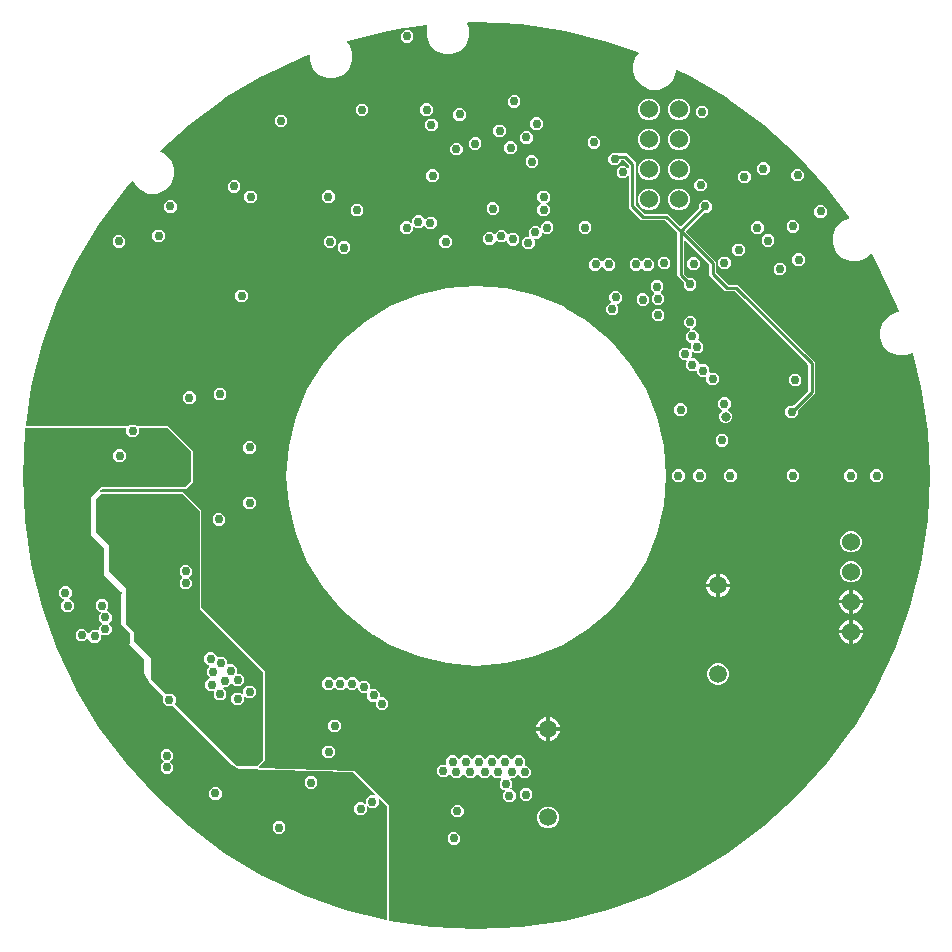
<source format=gbr>
G04 EAGLE Gerber X2 export*
%TF.Part,Single*%
%TF.FileFunction,Copper,L2,Inr,Mixed*%
%TF.FilePolarity,Positive*%
%TF.GenerationSoftware,Autodesk,EAGLE,8.6.0*%
%TF.CreationDate,2018-04-19T18:27:55Z*%
G75*
%MOMM*%
%FSLAX34Y34*%
%LPD*%
%AMOC8*
5,1,8,0,0,1.08239X$1,22.5*%
G01*
%ADD10C,1.508000*%
%ADD11C,1.524000*%
%ADD12C,0.756400*%
%ADD13C,0.254000*%
%ADD14C,0.152400*%
%ADD15C,0.806400*%

G36*
X37609Y-382231D02*
X37609Y-382231D01*
X37635Y-382225D01*
X37683Y-382223D01*
X74893Y-376704D01*
X74918Y-376696D01*
X74966Y-376689D01*
X111456Y-367549D01*
X111480Y-367539D01*
X111527Y-367527D01*
X146945Y-354855D01*
X146968Y-354842D01*
X147014Y-354826D01*
X181019Y-338743D01*
X181041Y-338728D01*
X181085Y-338707D01*
X213350Y-319369D01*
X213371Y-319351D01*
X213412Y-319327D01*
X243627Y-296919D01*
X243645Y-296900D01*
X243684Y-296871D01*
X271557Y-271609D01*
X271573Y-271589D01*
X271609Y-271557D01*
X296871Y-243684D01*
X296886Y-243662D01*
X296919Y-243627D01*
X319327Y-213412D01*
X319339Y-213389D01*
X319369Y-213350D01*
X338707Y-181085D01*
X338717Y-181061D01*
X338743Y-181019D01*
X354826Y-147014D01*
X354833Y-146989D01*
X354855Y-146945D01*
X367527Y-111527D01*
X367532Y-111501D01*
X367549Y-111456D01*
X376689Y-74966D01*
X376691Y-74940D01*
X376704Y-74893D01*
X382223Y-37683D01*
X382223Y-37657D01*
X382231Y-37609D01*
X384076Y-37D01*
X384073Y-11D01*
X384076Y37D01*
X382231Y37609D01*
X382225Y37635D01*
X382223Y37683D01*
X376704Y74893D01*
X376696Y74918D01*
X376689Y74966D01*
X369576Y103364D01*
X369560Y103402D01*
X369559Y103403D01*
X369559Y103404D01*
X369546Y103434D01*
X369525Y103507D01*
X369497Y103546D01*
X369478Y103590D01*
X369428Y103647D01*
X369384Y103709D01*
X369346Y103738D01*
X369314Y103773D01*
X369248Y103810D01*
X369187Y103856D01*
X369141Y103871D01*
X369100Y103894D01*
X369025Y103908D01*
X368953Y103932D01*
X368905Y103931D01*
X368858Y103940D01*
X368783Y103930D01*
X368707Y103930D01*
X368645Y103912D01*
X368614Y103907D01*
X368591Y103896D01*
X368546Y103883D01*
X363612Y101839D01*
X356388Y101839D01*
X349713Y104604D01*
X344604Y109713D01*
X341839Y116388D01*
X341839Y123612D01*
X344604Y130287D01*
X349713Y135396D01*
X356388Y138161D01*
X356917Y138161D01*
X356944Y138165D01*
X356971Y138163D01*
X357065Y138185D01*
X357160Y138200D01*
X357184Y138213D01*
X357210Y138219D01*
X357292Y138271D01*
X357377Y138316D01*
X357396Y138335D01*
X357419Y138350D01*
X357480Y138424D01*
X357546Y138494D01*
X357558Y138519D01*
X357575Y138540D01*
X357609Y138630D01*
X357650Y138717D01*
X357653Y138744D01*
X357663Y138769D01*
X357666Y138866D01*
X357677Y138961D01*
X357671Y138988D01*
X357672Y139015D01*
X357634Y139178D01*
X354855Y146945D01*
X354842Y146968D01*
X354826Y147014D01*
X338743Y181019D01*
X338728Y181041D01*
X338707Y181085D01*
X334735Y187713D01*
X334662Y187800D01*
X334591Y187888D01*
X334583Y187893D01*
X334576Y187901D01*
X334480Y187959D01*
X334385Y188021D01*
X334374Y188023D01*
X334365Y188029D01*
X334255Y188053D01*
X334146Y188081D01*
X334136Y188080D01*
X334125Y188082D01*
X334013Y188070D01*
X333901Y188061D01*
X333891Y188057D01*
X333881Y188056D01*
X333778Y188009D01*
X333674Y187965D01*
X333665Y187957D01*
X333657Y187954D01*
X333639Y187936D01*
X333544Y187860D01*
X330287Y184604D01*
X323612Y181839D01*
X316388Y181839D01*
X309713Y184604D01*
X304604Y189713D01*
X301839Y196388D01*
X301839Y203612D01*
X304604Y210287D01*
X309713Y215396D01*
X315041Y217603D01*
X315137Y217662D01*
X315234Y217719D01*
X315241Y217727D01*
X315250Y217733D01*
X315322Y217819D01*
X315396Y217904D01*
X315400Y217914D01*
X315407Y217922D01*
X315447Y218027D01*
X315491Y218131D01*
X315491Y218142D01*
X315495Y218152D01*
X315500Y218264D01*
X315508Y218377D01*
X315505Y218387D01*
X315506Y218397D01*
X315474Y218506D01*
X315446Y218615D01*
X315439Y218626D01*
X315437Y218634D01*
X315423Y218654D01*
X315361Y218760D01*
X296919Y243627D01*
X296900Y243645D01*
X296871Y243684D01*
X271609Y271557D01*
X271589Y271573D01*
X271557Y271609D01*
X243684Y296871D01*
X243662Y296886D01*
X243627Y296919D01*
X213412Y319327D01*
X213389Y319339D01*
X213350Y319369D01*
X181085Y338707D01*
X181061Y338717D01*
X181019Y338743D01*
X170247Y343837D01*
X170185Y343855D01*
X170127Y343882D01*
X170068Y343889D01*
X170011Y343905D01*
X169947Y343902D01*
X169883Y343910D01*
X169825Y343897D01*
X169765Y343894D01*
X169705Y343871D01*
X169642Y343857D01*
X169591Y343827D01*
X169536Y343805D01*
X169486Y343764D01*
X169431Y343731D01*
X169393Y343686D01*
X169347Y343648D01*
X169313Y343593D01*
X169271Y343544D01*
X169249Y343489D01*
X169218Y343439D01*
X169203Y343376D01*
X169179Y343316D01*
X169170Y343231D01*
X169162Y343199D01*
X169164Y343180D01*
X169161Y343149D01*
X169161Y341388D01*
X166396Y334713D01*
X161287Y329604D01*
X154612Y326839D01*
X147388Y326839D01*
X140713Y329604D01*
X135604Y334713D01*
X132839Y341388D01*
X132839Y348612D01*
X135604Y355287D01*
X137424Y357107D01*
X137462Y357159D01*
X137507Y357205D01*
X137533Y357259D01*
X137567Y357307D01*
X137586Y357368D01*
X137615Y357426D01*
X137622Y357485D01*
X137640Y357542D01*
X137638Y357606D01*
X137647Y357670D01*
X137635Y357729D01*
X137633Y357788D01*
X137611Y357849D01*
X137599Y357912D01*
X137569Y357963D01*
X137549Y358019D01*
X137509Y358069D01*
X137477Y358125D01*
X137432Y358165D01*
X137395Y358211D01*
X137341Y358246D01*
X137293Y358289D01*
X137216Y358326D01*
X137188Y358344D01*
X137170Y358348D01*
X137142Y358362D01*
X111527Y367527D01*
X111501Y367532D01*
X111456Y367549D01*
X74966Y376689D01*
X74940Y376691D01*
X74893Y376704D01*
X37683Y382223D01*
X37657Y382223D01*
X37609Y382231D01*
X37Y384076D01*
X11Y384073D01*
X-37Y384076D01*
X-6862Y383741D01*
X-6889Y383735D01*
X-6916Y383737D01*
X-7009Y383710D01*
X-7103Y383689D01*
X-7126Y383676D01*
X-7152Y383668D01*
X-7231Y383613D01*
X-7314Y383564D01*
X-7332Y383543D01*
X-7354Y383528D01*
X-7412Y383450D01*
X-7474Y383377D01*
X-7485Y383352D01*
X-7501Y383330D01*
X-7531Y383239D01*
X-7567Y383150D01*
X-7569Y383122D01*
X-7577Y383096D01*
X-7576Y383000D01*
X-7582Y382904D01*
X-7575Y382878D01*
X-7575Y382851D01*
X-7528Y382689D01*
X-5839Y378612D01*
X-5839Y371388D01*
X-8604Y364713D01*
X-13713Y359604D01*
X-20388Y356839D01*
X-27612Y356839D01*
X-34287Y359604D01*
X-39396Y364713D01*
X-42161Y371388D01*
X-42161Y378612D01*
X-41375Y380510D01*
X-41351Y380609D01*
X-41323Y380707D01*
X-41323Y380729D01*
X-41318Y380750D01*
X-41328Y380851D01*
X-41332Y380952D01*
X-41339Y380973D01*
X-41341Y380995D01*
X-41383Y381087D01*
X-41419Y381182D01*
X-41433Y381199D01*
X-41441Y381220D01*
X-41510Y381294D01*
X-41574Y381373D01*
X-41593Y381384D01*
X-41608Y381401D01*
X-41697Y381450D01*
X-41783Y381504D01*
X-41804Y381509D01*
X-41823Y381519D01*
X-41923Y381537D01*
X-42022Y381561D01*
X-42049Y381560D01*
X-42065Y381563D01*
X-42098Y381558D01*
X-42190Y381555D01*
X-60620Y378821D01*
X-60684Y378800D01*
X-60751Y378789D01*
X-60800Y378763D01*
X-60854Y378746D01*
X-60908Y378706D01*
X-60921Y378709D01*
X-61037Y378738D01*
X-61041Y378738D01*
X-61046Y378739D01*
X-61213Y378733D01*
X-74893Y376704D01*
X-74918Y376696D01*
X-74966Y376689D01*
X-108881Y368194D01*
X-108974Y368154D01*
X-109069Y368119D01*
X-109086Y368105D01*
X-109107Y368096D01*
X-109182Y368029D01*
X-109261Y367965D01*
X-109273Y367947D01*
X-109290Y367932D01*
X-109339Y367844D01*
X-109394Y367758D01*
X-109400Y367737D01*
X-109410Y367718D01*
X-109430Y367618D01*
X-109454Y367520D01*
X-109453Y367498D01*
X-109457Y367476D01*
X-109443Y367376D01*
X-109435Y367275D01*
X-109427Y367254D01*
X-109424Y367233D01*
X-109379Y367142D01*
X-109339Y367048D01*
X-109322Y367027D01*
X-109315Y367012D01*
X-109292Y366989D01*
X-109234Y366917D01*
X-107604Y365287D01*
X-104839Y358612D01*
X-104839Y351388D01*
X-107604Y344713D01*
X-112713Y339604D01*
X-119388Y336839D01*
X-126612Y336839D01*
X-133287Y339604D01*
X-138396Y344713D01*
X-141161Y351388D01*
X-141161Y355843D01*
X-141165Y355870D01*
X-141163Y355897D01*
X-141185Y355991D01*
X-141200Y356086D01*
X-141213Y356110D01*
X-141219Y356137D01*
X-141271Y356219D01*
X-141316Y356304D01*
X-141335Y356322D01*
X-141350Y356345D01*
X-141424Y356407D01*
X-141494Y356473D01*
X-141519Y356484D01*
X-141540Y356502D01*
X-141630Y356536D01*
X-141717Y356577D01*
X-141744Y356580D01*
X-141769Y356589D01*
X-141866Y356593D01*
X-141961Y356604D01*
X-141988Y356598D01*
X-142015Y356599D01*
X-142178Y356560D01*
X-146945Y354855D01*
X-146968Y354842D01*
X-147014Y354826D01*
X-181019Y338743D01*
X-181041Y338728D01*
X-181085Y338707D01*
X-213350Y319369D01*
X-213371Y319351D01*
X-213412Y319327D01*
X-243627Y296919D01*
X-243645Y296900D01*
X-243684Y296871D01*
X-267610Y275186D01*
X-267650Y275136D01*
X-267698Y275092D01*
X-267726Y275040D01*
X-267763Y274994D01*
X-267785Y274933D01*
X-267816Y274877D01*
X-267827Y274818D01*
X-267847Y274763D01*
X-267848Y274698D01*
X-267860Y274635D01*
X-267851Y274576D01*
X-267853Y274517D01*
X-267833Y274455D01*
X-267824Y274391D01*
X-267797Y274339D01*
X-267780Y274282D01*
X-267742Y274230D01*
X-267713Y274172D01*
X-267670Y274131D01*
X-267636Y274083D01*
X-267583Y274045D01*
X-267537Y274000D01*
X-267462Y273959D01*
X-267435Y273940D01*
X-267418Y273934D01*
X-267390Y273919D01*
X-263713Y272396D01*
X-258604Y267287D01*
X-255839Y260612D01*
X-255839Y253388D01*
X-258604Y246713D01*
X-263713Y241604D01*
X-270388Y238839D01*
X-277612Y238839D01*
X-284287Y241604D01*
X-289396Y246713D01*
X-290420Y249184D01*
X-290454Y249239D01*
X-290479Y249299D01*
X-290518Y249343D01*
X-290549Y249393D01*
X-290599Y249435D01*
X-290642Y249483D01*
X-290693Y249512D01*
X-290739Y249550D01*
X-290799Y249573D01*
X-290855Y249606D01*
X-290913Y249617D01*
X-290968Y249638D01*
X-291033Y249641D01*
X-291096Y249654D01*
X-291155Y249646D01*
X-291214Y249649D01*
X-291276Y249631D01*
X-291340Y249623D01*
X-291394Y249597D01*
X-291450Y249580D01*
X-291503Y249544D01*
X-291561Y249515D01*
X-291625Y249459D01*
X-291652Y249440D01*
X-291664Y249425D01*
X-291687Y249404D01*
X-296871Y243684D01*
X-296886Y243662D01*
X-296919Y243627D01*
X-319327Y213412D01*
X-319334Y213399D01*
X-319345Y213387D01*
X-319352Y213372D01*
X-319369Y213350D01*
X-338707Y181085D01*
X-338717Y181061D01*
X-338743Y181019D01*
X-354826Y147014D01*
X-354833Y146989D01*
X-354855Y146945D01*
X-367527Y111527D01*
X-367532Y111501D01*
X-367549Y111456D01*
X-376689Y74966D01*
X-376691Y74940D01*
X-376704Y74893D01*
X-381411Y43160D01*
X-381410Y43084D01*
X-381418Y43009D01*
X-381408Y42962D01*
X-381407Y42914D01*
X-381382Y42842D01*
X-381366Y42768D01*
X-381341Y42727D01*
X-381325Y42682D01*
X-381279Y42622D01*
X-381240Y42557D01*
X-381203Y42526D01*
X-381174Y42488D01*
X-381110Y42446D01*
X-381053Y42397D01*
X-381008Y42379D01*
X-380968Y42353D01*
X-380895Y42334D01*
X-380825Y42305D01*
X-380760Y42298D01*
X-380730Y42290D01*
X-380705Y42292D01*
X-380658Y42287D01*
X-294533Y42287D01*
X-294443Y42301D01*
X-294352Y42309D01*
X-294323Y42321D01*
X-294291Y42326D01*
X-294210Y42369D01*
X-294126Y42405D01*
X-294094Y42431D01*
X-294073Y42442D01*
X-294051Y42465D01*
X-293995Y42510D01*
X-293198Y43307D01*
X-288802Y43307D01*
X-288005Y42510D01*
X-287931Y42457D01*
X-287861Y42397D01*
X-287831Y42385D01*
X-287805Y42366D01*
X-287718Y42339D01*
X-287633Y42305D01*
X-287592Y42301D01*
X-287570Y42294D01*
X-287538Y42295D01*
X-287467Y42287D01*
X-261053Y42287D01*
X-239713Y20947D01*
X-239713Y-4947D01*
X-246053Y-11287D01*
X-316737Y-11287D01*
X-316827Y-11301D01*
X-316918Y-11309D01*
X-316948Y-11321D01*
X-316980Y-11326D01*
X-317061Y-11369D01*
X-317145Y-11405D01*
X-317177Y-11431D01*
X-317198Y-11442D01*
X-317220Y-11465D01*
X-317276Y-11510D01*
X-318180Y-12414D01*
X-318222Y-12472D01*
X-318271Y-12524D01*
X-318293Y-12571D01*
X-318323Y-12613D01*
X-318344Y-12682D01*
X-318375Y-12747D01*
X-318380Y-12799D01*
X-318396Y-12849D01*
X-318394Y-12920D01*
X-318402Y-12991D01*
X-318391Y-13042D01*
X-318389Y-13094D01*
X-318365Y-13162D01*
X-318350Y-13232D01*
X-318323Y-13277D01*
X-318305Y-13325D01*
X-318260Y-13381D01*
X-318223Y-13443D01*
X-318184Y-13477D01*
X-318151Y-13517D01*
X-318091Y-13556D01*
X-318036Y-13603D01*
X-317988Y-13622D01*
X-317944Y-13650D01*
X-317875Y-13668D01*
X-317808Y-13695D01*
X-317737Y-13703D01*
X-317706Y-13711D01*
X-317682Y-13709D01*
X-317642Y-13713D01*
X-248053Y-13713D01*
X-232713Y-29053D01*
X-232713Y-111737D01*
X-232699Y-111828D01*
X-232691Y-111918D01*
X-232679Y-111948D01*
X-232674Y-111980D01*
X-232631Y-112061D01*
X-232595Y-112145D01*
X-232569Y-112177D01*
X-232558Y-112198D01*
X-232535Y-112220D01*
X-232490Y-112276D01*
X-178713Y-166053D01*
X-178713Y-240947D01*
X-183735Y-245969D01*
X-183770Y-246017D01*
X-183812Y-246059D01*
X-183841Y-246117D01*
X-183878Y-246168D01*
X-183896Y-246225D01*
X-183923Y-246279D01*
X-183932Y-246342D01*
X-183951Y-246403D01*
X-183949Y-246463D01*
X-183958Y-246523D01*
X-183946Y-246585D01*
X-183944Y-246649D01*
X-183924Y-246706D01*
X-183913Y-246764D01*
X-183882Y-246820D01*
X-183860Y-246880D01*
X-183822Y-246927D01*
X-183793Y-246979D01*
X-183746Y-247022D01*
X-183706Y-247072D01*
X-183656Y-247105D01*
X-183611Y-247145D01*
X-183553Y-247171D01*
X-183499Y-247205D01*
X-183441Y-247220D01*
X-183386Y-247244D01*
X-183292Y-247258D01*
X-183261Y-247265D01*
X-183245Y-247264D01*
X-183220Y-247268D01*
X-105003Y-249712D01*
X-104988Y-249710D01*
X-104965Y-249712D01*
X-104027Y-249696D01*
X-103384Y-250380D01*
X-103373Y-250389D01*
X-103358Y-250407D01*
X-75297Y-277500D01*
X-75228Y-277548D01*
X-75164Y-277603D01*
X-75163Y-277603D01*
X-74402Y-278364D01*
X-74398Y-278367D01*
X-74393Y-278373D01*
X-73713Y-279029D01*
X-73713Y-279973D01*
X-73712Y-279978D01*
X-73713Y-279986D01*
X-73694Y-281063D01*
X-73695Y-281065D01*
X-73700Y-281115D01*
X-73708Y-281141D01*
X-73707Y-281171D01*
X-73713Y-281231D01*
X-73713Y-376222D01*
X-73699Y-376308D01*
X-73693Y-376395D01*
X-73679Y-376429D01*
X-73674Y-376465D01*
X-73633Y-376542D01*
X-73600Y-376622D01*
X-73575Y-376650D01*
X-73558Y-376682D01*
X-73495Y-376742D01*
X-73438Y-376808D01*
X-73407Y-376826D01*
X-73380Y-376852D01*
X-73301Y-376888D01*
X-73226Y-376932D01*
X-73180Y-376944D01*
X-73157Y-376955D01*
X-73126Y-376959D01*
X-73064Y-376975D01*
X-37683Y-382223D01*
X-37657Y-382223D01*
X-37609Y-382231D01*
X-37Y-384076D01*
X-11Y-384073D01*
X37Y-384076D01*
X37609Y-382231D01*
G37*
%LPC*%
G36*
X-25173Y-158939D02*
X-25173Y-158939D01*
X-49727Y-153044D01*
X-73056Y-143381D01*
X-73888Y-142871D01*
X-75130Y-142110D01*
X-82584Y-137543D01*
X-83826Y-136781D01*
X-85068Y-136020D01*
X-86310Y-135259D01*
X-86311Y-135259D01*
X-87553Y-134498D01*
X-94587Y-130187D01*
X-113788Y-113788D01*
X-130187Y-94587D01*
X-143381Y-73057D01*
X-153044Y-49727D01*
X-158939Y-25174D01*
X-160920Y0D01*
X-158939Y25174D01*
X-153044Y49727D01*
X-143381Y73057D01*
X-130187Y94587D01*
X-113788Y113788D01*
X-94587Y130187D01*
X-73057Y143381D01*
X-49727Y153044D01*
X-25174Y158939D01*
X0Y160920D01*
X25174Y158939D01*
X49727Y153044D01*
X73057Y143381D01*
X76459Y141296D01*
X76460Y141296D01*
X77702Y140534D01*
X78944Y139773D01*
X85155Y135967D01*
X86397Y135206D01*
X87640Y134444D01*
X92609Y131399D01*
X93851Y130638D01*
X94587Y130187D01*
X113788Y113788D01*
X130187Y94587D01*
X143381Y73057D01*
X153044Y49727D01*
X158939Y25174D01*
X160920Y0D01*
X158939Y-25174D01*
X153044Y-49727D01*
X143381Y-73057D01*
X130187Y-94587D01*
X113788Y-113788D01*
X94587Y-130187D01*
X73057Y-143381D01*
X49727Y-153044D01*
X25173Y-158939D01*
X0Y-160920D01*
X-25173Y-158939D01*
G37*
%LPD*%
G36*
X-75950Y-376403D02*
X-75950Y-376403D01*
X-75940Y-376404D01*
X-75831Y-376377D01*
X-75720Y-376353D01*
X-75711Y-376348D01*
X-75701Y-376345D01*
X-75606Y-376285D01*
X-75509Y-376227D01*
X-75502Y-376219D01*
X-75493Y-376214D01*
X-75422Y-376126D01*
X-75349Y-376040D01*
X-75345Y-376031D01*
X-75339Y-376022D01*
X-75300Y-375917D01*
X-75257Y-375812D01*
X-75256Y-375800D01*
X-75253Y-375792D01*
X-75252Y-375767D01*
X-75239Y-375645D01*
X-75239Y-280000D01*
X-75255Y-279903D01*
X-75264Y-279806D01*
X-75274Y-279783D01*
X-75279Y-279757D01*
X-75324Y-279671D01*
X-75364Y-279581D01*
X-75385Y-279557D01*
X-75394Y-279540D01*
X-75417Y-279517D01*
X-75471Y-279452D01*
X-81403Y-273725D01*
X-81457Y-273688D01*
X-81504Y-273643D01*
X-81557Y-273618D01*
X-81605Y-273585D01*
X-81668Y-273567D01*
X-81727Y-273539D01*
X-81785Y-273533D01*
X-81842Y-273517D01*
X-81907Y-273519D01*
X-81971Y-273512D01*
X-82029Y-273525D01*
X-82088Y-273527D01*
X-82148Y-273551D01*
X-82212Y-273565D01*
X-82262Y-273595D01*
X-82317Y-273616D01*
X-82367Y-273657D01*
X-82423Y-273691D01*
X-82461Y-273735D01*
X-82506Y-273773D01*
X-82540Y-273828D01*
X-82583Y-273878D01*
X-82605Y-273932D01*
X-82636Y-273982D01*
X-82650Y-274045D01*
X-82675Y-274106D01*
X-82684Y-274190D01*
X-82692Y-274222D01*
X-82690Y-274241D01*
X-82693Y-274273D01*
X-82693Y-278198D01*
X-85802Y-281307D01*
X-90198Y-281307D01*
X-91394Y-280111D01*
X-91452Y-280069D01*
X-91504Y-280020D01*
X-91551Y-279998D01*
X-91593Y-279968D01*
X-91662Y-279946D01*
X-91727Y-279916D01*
X-91779Y-279911D01*
X-91829Y-279895D01*
X-91900Y-279897D01*
X-91971Y-279889D01*
X-92022Y-279900D01*
X-92074Y-279902D01*
X-92142Y-279926D01*
X-92212Y-279941D01*
X-92257Y-279968D01*
X-92305Y-279986D01*
X-92361Y-280031D01*
X-92423Y-280068D01*
X-92457Y-280107D01*
X-92497Y-280140D01*
X-92536Y-280200D01*
X-92583Y-280255D01*
X-92602Y-280303D01*
X-92630Y-280347D01*
X-92648Y-280416D01*
X-92675Y-280483D01*
X-92683Y-280554D01*
X-92691Y-280585D01*
X-92689Y-280608D01*
X-92693Y-280649D01*
X-92693Y-284198D01*
X-95802Y-287307D01*
X-100198Y-287307D01*
X-103307Y-284198D01*
X-103307Y-279802D01*
X-100198Y-276693D01*
X-95802Y-276693D01*
X-94606Y-277889D01*
X-94548Y-277931D01*
X-94496Y-277980D01*
X-94449Y-278002D01*
X-94407Y-278032D01*
X-94338Y-278054D01*
X-94273Y-278084D01*
X-94221Y-278089D01*
X-94171Y-278105D01*
X-94100Y-278103D01*
X-94029Y-278111D01*
X-93978Y-278100D01*
X-93926Y-278098D01*
X-93858Y-278074D01*
X-93788Y-278059D01*
X-93743Y-278032D01*
X-93695Y-278014D01*
X-93639Y-277969D01*
X-93577Y-277932D01*
X-93543Y-277893D01*
X-93503Y-277860D01*
X-93464Y-277800D01*
X-93417Y-277745D01*
X-93398Y-277697D01*
X-93370Y-277653D01*
X-93352Y-277584D01*
X-93325Y-277517D01*
X-93317Y-277446D01*
X-93309Y-277415D01*
X-93311Y-277392D01*
X-93307Y-277351D01*
X-93307Y-273802D01*
X-90198Y-270693D01*
X-86428Y-270693D01*
X-86350Y-270681D01*
X-86272Y-270677D01*
X-86230Y-270661D01*
X-86185Y-270654D01*
X-86116Y-270617D01*
X-86043Y-270589D01*
X-86007Y-270560D01*
X-85967Y-270538D01*
X-85914Y-270482D01*
X-85853Y-270432D01*
X-85829Y-270393D01*
X-85798Y-270360D01*
X-85765Y-270289D01*
X-85724Y-270222D01*
X-85714Y-270178D01*
X-85694Y-270137D01*
X-85686Y-270059D01*
X-85668Y-269983D01*
X-85672Y-269938D01*
X-85667Y-269893D01*
X-85684Y-269816D01*
X-85691Y-269738D01*
X-85710Y-269697D01*
X-85720Y-269652D01*
X-85760Y-269585D01*
X-85792Y-269513D01*
X-85830Y-269467D01*
X-85846Y-269441D01*
X-85866Y-269423D01*
X-85899Y-269384D01*
X-104471Y-251452D01*
X-104531Y-251411D01*
X-104585Y-251362D01*
X-104632Y-251341D01*
X-104673Y-251312D01*
X-104743Y-251292D01*
X-104810Y-251263D01*
X-104879Y-251253D01*
X-104910Y-251244D01*
X-104934Y-251245D01*
X-104976Y-251239D01*
X-200809Y-248244D01*
X-206549Y-245374D01*
X-256671Y-195252D01*
X-256687Y-195241D01*
X-256700Y-195225D01*
X-256787Y-195169D01*
X-256871Y-195109D01*
X-256890Y-195103D01*
X-256907Y-195092D01*
X-257007Y-195067D01*
X-257106Y-195037D01*
X-257126Y-195037D01*
X-257145Y-195032D01*
X-257248Y-195040D01*
X-257352Y-195043D01*
X-257370Y-195050D01*
X-257390Y-195051D01*
X-257485Y-195092D01*
X-257583Y-195127D01*
X-257598Y-195140D01*
X-257617Y-195148D01*
X-257748Y-195252D01*
X-257802Y-195307D01*
X-262198Y-195307D01*
X-265307Y-192198D01*
X-265307Y-187802D01*
X-265252Y-187748D01*
X-265241Y-187731D01*
X-265225Y-187719D01*
X-265169Y-187632D01*
X-265109Y-187548D01*
X-265103Y-187529D01*
X-265092Y-187512D01*
X-265067Y-187412D01*
X-265037Y-187313D01*
X-265037Y-187293D01*
X-265032Y-187274D01*
X-265040Y-187171D01*
X-265043Y-187067D01*
X-265050Y-187048D01*
X-265051Y-187028D01*
X-265092Y-186933D01*
X-265127Y-186836D01*
X-265140Y-186820D01*
X-265148Y-186802D01*
X-265252Y-186671D01*
X-277374Y-174549D01*
X-281239Y-166820D01*
X-281239Y-156000D01*
X-281254Y-155910D01*
X-281261Y-155819D01*
X-281273Y-155789D01*
X-281279Y-155757D01*
X-281321Y-155677D01*
X-281357Y-155593D01*
X-281383Y-155561D01*
X-281394Y-155540D01*
X-281417Y-155518D01*
X-281462Y-155462D01*
X-294423Y-142500D01*
X-293462Y-141538D01*
X-293409Y-141464D01*
X-293349Y-141395D01*
X-293337Y-141365D01*
X-293318Y-141339D01*
X-293291Y-141252D01*
X-293257Y-141167D01*
X-293253Y-141126D01*
X-293246Y-141103D01*
X-293247Y-141071D01*
X-293239Y-141000D01*
X-293239Y-134000D01*
X-293254Y-133910D01*
X-293261Y-133819D01*
X-293273Y-133789D01*
X-293279Y-133757D01*
X-293321Y-133677D01*
X-293357Y-133593D01*
X-293383Y-133561D01*
X-293394Y-133540D01*
X-293417Y-133518D01*
X-293462Y-133462D01*
X-301239Y-125685D01*
X-301239Y-101315D01*
X-300462Y-100538D01*
X-300409Y-100464D01*
X-300349Y-100395D01*
X-300337Y-100365D01*
X-300318Y-100339D01*
X-300291Y-100252D01*
X-300257Y-100167D01*
X-300253Y-100126D01*
X-300246Y-100103D01*
X-300247Y-100071D01*
X-300239Y-100000D01*
X-300239Y-99000D01*
X-300254Y-98910D01*
X-300261Y-98819D01*
X-300273Y-98789D01*
X-300279Y-98757D01*
X-300321Y-98677D01*
X-300357Y-98593D01*
X-300383Y-98561D01*
X-300394Y-98540D01*
X-300417Y-98518D01*
X-300462Y-98462D01*
X-315239Y-83685D01*
X-315239Y-62000D01*
X-315241Y-61985D01*
X-315240Y-61971D01*
X-315254Y-61907D01*
X-315261Y-61819D01*
X-315273Y-61789D01*
X-315279Y-61757D01*
X-315292Y-61732D01*
X-315292Y-61731D01*
X-315297Y-61722D01*
X-315321Y-61677D01*
X-315357Y-61593D01*
X-315383Y-61561D01*
X-315394Y-61540D01*
X-315417Y-61518D01*
X-315462Y-61462D01*
X-326239Y-50685D01*
X-326239Y-18315D01*
X-317685Y-9761D01*
X-247000Y-9761D01*
X-246910Y-9747D01*
X-246819Y-9739D01*
X-246789Y-9727D01*
X-246757Y-9722D01*
X-246677Y-9679D01*
X-246593Y-9643D01*
X-246561Y-9617D01*
X-246540Y-9606D01*
X-246518Y-9583D01*
X-246462Y-9538D01*
X-241462Y-4538D01*
X-241409Y-4464D01*
X-241349Y-4395D01*
X-241337Y-4365D01*
X-241318Y-4339D01*
X-241291Y-4252D01*
X-241257Y-4167D01*
X-241253Y-4126D01*
X-241246Y-4103D01*
X-241247Y-4071D01*
X-241239Y-4000D01*
X-241239Y20000D01*
X-241254Y20090D01*
X-241261Y20181D01*
X-241273Y20211D01*
X-241279Y20243D01*
X-241321Y20323D01*
X-241357Y20407D01*
X-241383Y20439D01*
X-241394Y20460D01*
X-241417Y20482D01*
X-241462Y20538D01*
X-261462Y40538D01*
X-261536Y40591D01*
X-261605Y40651D01*
X-261635Y40663D01*
X-261661Y40682D01*
X-261748Y40709D01*
X-261833Y40743D01*
X-261874Y40747D01*
X-261897Y40754D01*
X-261929Y40753D01*
X-262000Y40761D01*
X-284932Y40761D01*
X-284952Y40758D01*
X-284971Y40760D01*
X-285073Y40738D01*
X-285175Y40722D01*
X-285192Y40712D01*
X-285212Y40708D01*
X-285301Y40655D01*
X-285392Y40606D01*
X-285406Y40592D01*
X-285423Y40582D01*
X-285490Y40503D01*
X-285562Y40428D01*
X-285570Y40410D01*
X-285583Y40395D01*
X-285622Y40299D01*
X-285665Y40205D01*
X-285667Y40185D01*
X-285675Y40167D01*
X-285693Y40000D01*
X-285693Y35802D01*
X-288802Y32693D01*
X-293198Y32693D01*
X-296307Y35802D01*
X-296307Y40000D01*
X-296310Y40019D01*
X-296308Y40037D01*
X-296308Y40038D01*
X-296308Y40039D01*
X-296330Y40141D01*
X-296346Y40243D01*
X-296356Y40260D01*
X-296360Y40280D01*
X-296413Y40369D01*
X-296462Y40460D01*
X-296476Y40474D01*
X-296486Y40491D01*
X-296565Y40558D01*
X-296640Y40630D01*
X-296658Y40638D01*
X-296673Y40651D01*
X-296769Y40690D01*
X-296863Y40733D01*
X-296883Y40735D01*
X-296901Y40743D01*
X-297068Y40761D01*
X-381110Y40761D01*
X-381196Y40747D01*
X-381283Y40741D01*
X-381317Y40727D01*
X-381353Y40722D01*
X-381430Y40681D01*
X-381510Y40648D01*
X-381538Y40623D01*
X-381570Y40606D01*
X-381630Y40543D01*
X-381696Y40486D01*
X-381714Y40455D01*
X-381740Y40428D01*
X-381776Y40349D01*
X-381820Y40274D01*
X-381832Y40228D01*
X-381843Y40205D01*
X-381843Y40202D01*
X-381844Y40202D01*
X-381847Y40173D01*
X-381863Y40112D01*
X-382223Y37683D01*
X-382223Y37657D01*
X-382231Y37609D01*
X-384076Y37D01*
X-384073Y11D01*
X-384076Y-37D01*
X-382231Y-37609D01*
X-382225Y-37635D01*
X-382223Y-37683D01*
X-376704Y-74893D01*
X-376696Y-74918D01*
X-376689Y-74966D01*
X-367549Y-111456D01*
X-367539Y-111480D01*
X-367527Y-111527D01*
X-354855Y-146945D01*
X-354842Y-146968D01*
X-354826Y-147014D01*
X-338743Y-181019D01*
X-338728Y-181041D01*
X-338707Y-181085D01*
X-319369Y-213350D01*
X-319351Y-213370D01*
X-319327Y-213412D01*
X-296919Y-243627D01*
X-296900Y-243645D01*
X-296877Y-243676D01*
X-296876Y-243679D01*
X-296875Y-243680D01*
X-296871Y-243684D01*
X-271609Y-271557D01*
X-271589Y-271573D01*
X-271557Y-271609D01*
X-243684Y-296871D01*
X-243662Y-296886D01*
X-243627Y-296919D01*
X-213412Y-319327D01*
X-213389Y-319339D01*
X-213350Y-319369D01*
X-181085Y-338707D01*
X-181061Y-338717D01*
X-181019Y-338743D01*
X-147014Y-354826D01*
X-146989Y-354833D01*
X-146945Y-354855D01*
X-111527Y-367527D01*
X-111501Y-367532D01*
X-111456Y-367549D01*
X-76185Y-376384D01*
X-76072Y-376393D01*
X-75961Y-376406D01*
X-75950Y-376403D01*
G37*
G36*
X-185910Y-245747D02*
X-185910Y-245747D01*
X-185819Y-245739D01*
X-185789Y-245727D01*
X-185757Y-245722D01*
X-185677Y-245679D01*
X-185593Y-245643D01*
X-185561Y-245617D01*
X-185540Y-245606D01*
X-185518Y-245583D01*
X-185462Y-245538D01*
X-180462Y-240538D01*
X-180409Y-240464D01*
X-180349Y-240395D01*
X-180337Y-240365D01*
X-180318Y-240339D01*
X-180291Y-240252D01*
X-180257Y-240167D01*
X-180253Y-240126D01*
X-180246Y-240103D01*
X-180247Y-240071D01*
X-180239Y-240000D01*
X-180239Y-167000D01*
X-180254Y-166910D01*
X-180261Y-166819D01*
X-180273Y-166789D01*
X-180279Y-166757D01*
X-180321Y-166677D01*
X-180357Y-166593D01*
X-180383Y-166561D01*
X-180394Y-166540D01*
X-180417Y-166518D01*
X-180462Y-166462D01*
X-234239Y-112685D01*
X-234239Y-30000D01*
X-234254Y-29910D01*
X-234261Y-29819D01*
X-234273Y-29789D01*
X-234279Y-29757D01*
X-234321Y-29677D01*
X-234357Y-29593D01*
X-234383Y-29561D01*
X-234394Y-29540D01*
X-234417Y-29518D01*
X-234462Y-29462D01*
X-248462Y-15462D01*
X-248536Y-15409D01*
X-248605Y-15349D01*
X-248635Y-15337D01*
X-248661Y-15318D01*
X-248748Y-15291D01*
X-248833Y-15257D01*
X-248874Y-15253D01*
X-248897Y-15246D01*
X-248929Y-15247D01*
X-249000Y-15239D01*
X-317000Y-15239D01*
X-317090Y-15254D01*
X-317181Y-15261D01*
X-317211Y-15273D01*
X-317243Y-15279D01*
X-317323Y-15321D01*
X-317407Y-15357D01*
X-317439Y-15383D01*
X-317460Y-15394D01*
X-317482Y-15417D01*
X-317538Y-15462D01*
X-321538Y-19462D01*
X-321591Y-19536D01*
X-321651Y-19605D01*
X-321663Y-19635D01*
X-321682Y-19661D01*
X-321709Y-19748D01*
X-321743Y-19833D01*
X-321747Y-19874D01*
X-321754Y-19897D01*
X-321753Y-19929D01*
X-321761Y-20000D01*
X-321761Y-48000D01*
X-321747Y-48090D01*
X-321739Y-48181D01*
X-321727Y-48211D01*
X-321722Y-48243D01*
X-321679Y-48323D01*
X-321643Y-48407D01*
X-321617Y-48439D01*
X-321606Y-48460D01*
X-321583Y-48482D01*
X-321538Y-48538D01*
X-310761Y-59315D01*
X-310761Y-81000D01*
X-310747Y-81090D01*
X-310739Y-81181D01*
X-310727Y-81211D01*
X-310722Y-81243D01*
X-310679Y-81323D01*
X-310643Y-81407D01*
X-310617Y-81439D01*
X-310606Y-81460D01*
X-310583Y-81482D01*
X-310538Y-81538D01*
X-296761Y-95315D01*
X-296761Y-125000D01*
X-296747Y-125090D01*
X-296739Y-125181D01*
X-296727Y-125211D01*
X-296722Y-125243D01*
X-296679Y-125323D01*
X-296643Y-125407D01*
X-296617Y-125439D01*
X-296606Y-125460D01*
X-296583Y-125482D01*
X-296538Y-125538D01*
X-289761Y-132315D01*
X-289761Y-140000D01*
X-289747Y-140090D01*
X-289739Y-140181D01*
X-289727Y-140211D01*
X-289722Y-140243D01*
X-289679Y-140323D01*
X-289643Y-140407D01*
X-289617Y-140439D01*
X-289606Y-140460D01*
X-289583Y-140482D01*
X-289538Y-140538D01*
X-275761Y-154315D01*
X-275761Y-172000D01*
X-275747Y-172090D01*
X-275739Y-172181D01*
X-275727Y-172211D01*
X-275722Y-172243D01*
X-275679Y-172323D01*
X-275643Y-172407D01*
X-275617Y-172439D01*
X-275606Y-172460D01*
X-275583Y-172482D01*
X-275538Y-172538D01*
X-263329Y-184748D01*
X-263313Y-184759D01*
X-263300Y-184775D01*
X-263213Y-184831D01*
X-263129Y-184891D01*
X-263110Y-184897D01*
X-263093Y-184908D01*
X-262993Y-184933D01*
X-262894Y-184963D01*
X-262874Y-184963D01*
X-262855Y-184968D01*
X-262752Y-184960D01*
X-262648Y-184957D01*
X-262630Y-184950D01*
X-262610Y-184949D01*
X-262514Y-184908D01*
X-262417Y-184873D01*
X-262402Y-184860D01*
X-262383Y-184852D01*
X-262252Y-184748D01*
X-262198Y-184693D01*
X-257802Y-184693D01*
X-254693Y-187802D01*
X-254693Y-192198D01*
X-254748Y-192252D01*
X-254759Y-192269D01*
X-254775Y-192281D01*
X-254831Y-192368D01*
X-254891Y-192452D01*
X-254897Y-192471D01*
X-254908Y-192488D01*
X-254933Y-192588D01*
X-254963Y-192687D01*
X-254963Y-192707D01*
X-254968Y-192726D01*
X-254960Y-192829D01*
X-254957Y-192933D01*
X-254950Y-192952D01*
X-254949Y-192972D01*
X-254908Y-193067D01*
X-254873Y-193164D01*
X-254860Y-193180D01*
X-254852Y-193198D01*
X-254748Y-193329D01*
X-202538Y-245538D01*
X-202464Y-245591D01*
X-202395Y-245651D01*
X-202365Y-245663D01*
X-202339Y-245682D01*
X-202252Y-245709D01*
X-202167Y-245743D01*
X-202126Y-245747D01*
X-202103Y-245754D01*
X-202071Y-245753D01*
X-202000Y-245761D01*
X-186000Y-245761D01*
X-185910Y-245747D01*
G37*
%LPC*%
G36*
X264802Y48693D02*
X264802Y48693D01*
X261693Y51802D01*
X261693Y56198D01*
X264802Y59307D01*
X268039Y59307D01*
X268129Y59321D01*
X268220Y59329D01*
X268250Y59341D01*
X268282Y59346D01*
X268362Y59389D01*
X268446Y59425D01*
X268478Y59451D01*
X268499Y59462D01*
X268521Y59485D01*
X268577Y59530D01*
X280982Y71935D01*
X281035Y72009D01*
X281095Y72078D01*
X281107Y72108D01*
X281126Y72134D01*
X281153Y72221D01*
X281187Y72306D01*
X281191Y72347D01*
X281198Y72369D01*
X281197Y72402D01*
X281205Y72473D01*
X281205Y93527D01*
X281191Y93617D01*
X281183Y93708D01*
X281171Y93738D01*
X281166Y93770D01*
X281123Y93850D01*
X281087Y93934D01*
X281061Y93966D01*
X281050Y93987D01*
X281027Y94009D01*
X280982Y94065D01*
X219065Y155982D01*
X218991Y156035D01*
X218922Y156095D01*
X218892Y156107D01*
X218866Y156126D01*
X218779Y156153D01*
X218694Y156187D01*
X218653Y156191D01*
X218631Y156198D01*
X218598Y156197D01*
X218527Y156205D01*
X210842Y156205D01*
X197205Y169842D01*
X197205Y178527D01*
X197191Y178617D01*
X197183Y178708D01*
X197171Y178738D01*
X197166Y178770D01*
X197123Y178850D01*
X197087Y178934D01*
X197061Y178966D01*
X197050Y178987D01*
X197027Y179009D01*
X196982Y179065D01*
X177094Y198953D01*
X177036Y198995D01*
X176984Y199045D01*
X176937Y199067D01*
X176895Y199097D01*
X176826Y199118D01*
X176761Y199148D01*
X176709Y199154D01*
X176659Y199169D01*
X176588Y199167D01*
X176517Y199175D01*
X176466Y199164D01*
X176414Y199163D01*
X176346Y199138D01*
X176276Y199123D01*
X176231Y199096D01*
X176183Y199078D01*
X176127Y199034D01*
X176065Y198997D01*
X176031Y198957D01*
X175991Y198925D01*
X175952Y198864D01*
X175905Y198810D01*
X175886Y198762D01*
X175858Y198718D01*
X175840Y198648D01*
X175813Y198582D01*
X175805Y198510D01*
X175797Y198479D01*
X175799Y198456D01*
X175795Y198415D01*
X175795Y171473D01*
X175809Y171383D01*
X175817Y171292D01*
X175829Y171262D01*
X175834Y171230D01*
X175877Y171150D01*
X175913Y171066D01*
X175939Y171033D01*
X175950Y171013D01*
X175973Y170991D01*
X176018Y170935D01*
X179423Y167530D01*
X179497Y167477D01*
X179566Y167417D01*
X179596Y167405D01*
X179622Y167386D01*
X179710Y167359D01*
X179794Y167325D01*
X179835Y167321D01*
X179857Y167314D01*
X179890Y167315D01*
X179961Y167307D01*
X183198Y167307D01*
X186307Y164198D01*
X186307Y159802D01*
X183198Y156693D01*
X178802Y156693D01*
X175693Y159802D01*
X175693Y163039D01*
X175679Y163129D01*
X175671Y163220D01*
X175659Y163250D01*
X175654Y163282D01*
X175611Y163362D01*
X175575Y163446D01*
X175549Y163479D01*
X175538Y163499D01*
X175515Y163521D01*
X175470Y163577D01*
X172065Y166982D01*
X170205Y168842D01*
X170205Y205527D01*
X170191Y205617D01*
X170183Y205708D01*
X170171Y205738D01*
X170166Y205770D01*
X170123Y205851D01*
X170087Y205934D01*
X170061Y205967D01*
X170050Y205987D01*
X170027Y206009D01*
X169982Y206065D01*
X160065Y215982D01*
X159991Y216035D01*
X159922Y216095D01*
X159892Y216107D01*
X159866Y216126D01*
X159779Y216153D01*
X159694Y216187D01*
X159653Y216191D01*
X159631Y216198D01*
X159598Y216197D01*
X159527Y216205D01*
X139842Y216205D01*
X129205Y226842D01*
X129205Y252863D01*
X129194Y252933D01*
X129192Y253005D01*
X129174Y253054D01*
X129166Y253105D01*
X129132Y253169D01*
X129107Y253236D01*
X129075Y253277D01*
X129050Y253323D01*
X128998Y253372D01*
X128954Y253428D01*
X128910Y253456D01*
X128872Y253492D01*
X128807Y253522D01*
X128747Y253561D01*
X128696Y253574D01*
X128649Y253596D01*
X128578Y253604D01*
X128508Y253621D01*
X128456Y253617D01*
X128405Y253623D01*
X128334Y253608D01*
X128263Y253602D01*
X128215Y253582D01*
X128164Y253571D01*
X128103Y253534D01*
X128037Y253506D01*
X127981Y253461D01*
X127953Y253444D01*
X127938Y253427D01*
X127906Y253401D01*
X126198Y251693D01*
X121802Y251693D01*
X118693Y254802D01*
X118693Y259198D01*
X121802Y262307D01*
X126198Y262307D01*
X127906Y260599D01*
X127964Y260557D01*
X128016Y260508D01*
X128063Y260486D01*
X128105Y260456D01*
X128174Y260434D01*
X128239Y260404D01*
X128291Y260399D01*
X128341Y260383D01*
X128412Y260385D01*
X128483Y260377D01*
X128534Y260388D01*
X128586Y260390D01*
X128654Y260414D01*
X128724Y260429D01*
X128769Y260456D01*
X128817Y260474D01*
X128873Y260519D01*
X128935Y260556D01*
X128969Y260595D01*
X129009Y260628D01*
X129048Y260688D01*
X129095Y260743D01*
X129114Y260791D01*
X129142Y260835D01*
X129160Y260904D01*
X129187Y260971D01*
X129195Y261042D01*
X129203Y261073D01*
X129201Y261096D01*
X129205Y261137D01*
X129205Y262527D01*
X129191Y262617D01*
X129183Y262708D01*
X129171Y262738D01*
X129166Y262770D01*
X129123Y262850D01*
X129087Y262934D01*
X129061Y262966D01*
X129050Y262987D01*
X129027Y263009D01*
X128982Y263065D01*
X125065Y266982D01*
X124991Y267035D01*
X124922Y267095D01*
X124892Y267107D01*
X124866Y267126D01*
X124779Y267153D01*
X124694Y267187D01*
X124653Y267191D01*
X124631Y267198D01*
X124598Y267197D01*
X124527Y267205D01*
X123068Y267205D01*
X123048Y267202D01*
X123029Y267204D01*
X122927Y267182D01*
X122825Y267166D01*
X122808Y267156D01*
X122788Y267152D01*
X122699Y267099D01*
X122608Y267050D01*
X122594Y267036D01*
X122577Y267026D01*
X122510Y266947D01*
X122438Y266872D01*
X122430Y266854D01*
X122417Y266839D01*
X122378Y266743D01*
X122335Y266649D01*
X122333Y266629D01*
X122325Y266611D01*
X122307Y266444D01*
X122307Y265802D01*
X119198Y262693D01*
X114802Y262693D01*
X111693Y265802D01*
X111693Y270198D01*
X114802Y273307D01*
X119198Y273307D01*
X119487Y273018D01*
X119561Y272965D01*
X119631Y272905D01*
X119661Y272893D01*
X119687Y272874D01*
X119774Y272847D01*
X119859Y272813D01*
X119900Y272809D01*
X119922Y272802D01*
X119954Y272803D01*
X120025Y272795D01*
X127158Y272795D01*
X134795Y265158D01*
X134795Y229473D01*
X134797Y229460D01*
X134796Y229451D01*
X134806Y229402D01*
X134809Y229383D01*
X134817Y229292D01*
X134829Y229262D01*
X134834Y229230D01*
X134877Y229150D01*
X134913Y229066D01*
X134939Y229034D01*
X134950Y229013D01*
X134973Y228991D01*
X135018Y228935D01*
X141935Y222018D01*
X142009Y221965D01*
X142078Y221905D01*
X142108Y221893D01*
X142134Y221874D01*
X142221Y221847D01*
X142306Y221813D01*
X142347Y221809D01*
X142369Y221802D01*
X142402Y221803D01*
X142473Y221795D01*
X162158Y221795D01*
X172462Y211491D01*
X172478Y211479D01*
X172490Y211463D01*
X172578Y211407D01*
X172661Y211347D01*
X172680Y211341D01*
X172697Y211330D01*
X172798Y211305D01*
X172897Y211275D01*
X172916Y211275D01*
X172936Y211270D01*
X173039Y211278D01*
X173142Y211281D01*
X173161Y211288D01*
X173181Y211290D01*
X173276Y211330D01*
X173373Y211366D01*
X173389Y211378D01*
X173407Y211386D01*
X173538Y211491D01*
X188470Y226423D01*
X188523Y226497D01*
X188583Y226566D01*
X188595Y226596D01*
X188614Y226622D01*
X188641Y226709D01*
X188675Y226794D01*
X188679Y226835D01*
X188686Y226857D01*
X188685Y226890D01*
X188693Y226961D01*
X188693Y230198D01*
X191802Y233307D01*
X196198Y233307D01*
X199307Y230198D01*
X199307Y225802D01*
X196198Y222693D01*
X192961Y222693D01*
X192871Y222679D01*
X192780Y222671D01*
X192750Y222659D01*
X192718Y222654D01*
X192638Y222611D01*
X192554Y222575D01*
X192522Y222549D01*
X192501Y222538D01*
X192479Y222515D01*
X192423Y222470D01*
X177491Y207538D01*
X177479Y207522D01*
X177463Y207510D01*
X177407Y207422D01*
X177347Y207339D01*
X177341Y207320D01*
X177330Y207303D01*
X177305Y207202D01*
X177275Y207103D01*
X177275Y207084D01*
X177270Y207064D01*
X177278Y206961D01*
X177281Y206858D01*
X177288Y206839D01*
X177290Y206819D01*
X177330Y206724D01*
X177366Y206627D01*
X177378Y206611D01*
X177386Y206593D01*
X177491Y206462D01*
X202795Y181158D01*
X202795Y172473D01*
X202809Y172383D01*
X202817Y172292D01*
X202829Y172262D01*
X202834Y172230D01*
X202877Y172150D01*
X202913Y172066D01*
X202939Y172034D01*
X202950Y172013D01*
X202973Y171991D01*
X203018Y171935D01*
X212935Y162018D01*
X213009Y161965D01*
X213078Y161905D01*
X213108Y161893D01*
X213134Y161874D01*
X213221Y161847D01*
X213306Y161813D01*
X213347Y161809D01*
X213369Y161802D01*
X213402Y161803D01*
X213473Y161795D01*
X221158Y161795D01*
X286795Y96158D01*
X286795Y69842D01*
X272530Y55577D01*
X272477Y55503D01*
X272417Y55434D01*
X272405Y55404D01*
X272386Y55378D01*
X272359Y55291D01*
X272325Y55206D01*
X272321Y55165D01*
X272314Y55143D01*
X272315Y55110D01*
X272307Y55039D01*
X272307Y51802D01*
X269198Y48693D01*
X264802Y48693D01*
G37*
%LPD*%
%LPC*%
G36*
X25802Y-276307D02*
X25802Y-276307D01*
X22693Y-273198D01*
X22693Y-268802D01*
X23889Y-267606D01*
X23931Y-267548D01*
X23980Y-267496D01*
X24002Y-267449D01*
X24032Y-267407D01*
X24054Y-267338D01*
X24084Y-267273D01*
X24089Y-267221D01*
X24105Y-267171D01*
X24103Y-267100D01*
X24111Y-267029D01*
X24100Y-266978D01*
X24098Y-266926D01*
X24074Y-266858D01*
X24059Y-266788D01*
X24032Y-266743D01*
X24014Y-266695D01*
X23969Y-266639D01*
X23932Y-266577D01*
X23893Y-266543D01*
X23860Y-266503D01*
X23800Y-266464D01*
X23745Y-266417D01*
X23697Y-266398D01*
X23653Y-266370D01*
X23584Y-266352D01*
X23517Y-266325D01*
X23446Y-266317D01*
X23415Y-266309D01*
X23392Y-266311D01*
X23351Y-266307D01*
X22802Y-266307D01*
X19693Y-263198D01*
X19693Y-258802D01*
X20889Y-257606D01*
X20931Y-257548D01*
X20980Y-257496D01*
X21002Y-257449D01*
X21032Y-257407D01*
X21054Y-257338D01*
X21084Y-257273D01*
X21089Y-257221D01*
X21105Y-257171D01*
X21103Y-257100D01*
X21111Y-257029D01*
X21100Y-256978D01*
X21098Y-256926D01*
X21074Y-256858D01*
X21059Y-256788D01*
X21032Y-256744D01*
X21014Y-256695D01*
X20969Y-256639D01*
X20932Y-256577D01*
X20893Y-256543D01*
X20860Y-256503D01*
X20800Y-256464D01*
X20745Y-256417D01*
X20697Y-256398D01*
X20653Y-256370D01*
X20584Y-256352D01*
X20517Y-256325D01*
X20446Y-256317D01*
X20415Y-256309D01*
X20392Y-256311D01*
X20351Y-256307D01*
X15802Y-256307D01*
X13038Y-253543D01*
X13022Y-253532D01*
X13010Y-253516D01*
X12922Y-253460D01*
X12839Y-253400D01*
X12820Y-253394D01*
X12803Y-253383D01*
X12702Y-253358D01*
X12603Y-253327D01*
X12584Y-253328D01*
X12564Y-253323D01*
X12461Y-253331D01*
X12358Y-253334D01*
X12339Y-253340D01*
X12319Y-253342D01*
X12224Y-253382D01*
X12127Y-253418D01*
X12111Y-253431D01*
X12093Y-253438D01*
X11962Y-253543D01*
X9198Y-256307D01*
X4802Y-256307D01*
X1538Y-253043D01*
X1522Y-253032D01*
X1510Y-253016D01*
X1422Y-252960D01*
X1339Y-252900D01*
X1320Y-252894D01*
X1303Y-252883D01*
X1202Y-252858D01*
X1103Y-252827D01*
X1084Y-252828D01*
X1064Y-252823D01*
X961Y-252831D01*
X858Y-252834D01*
X839Y-252840D01*
X819Y-252842D01*
X724Y-252882D01*
X627Y-252918D01*
X611Y-252931D01*
X593Y-252938D01*
X462Y-253043D01*
X-2802Y-256307D01*
X-7198Y-256307D01*
X-10462Y-253043D01*
X-10478Y-253032D01*
X-10490Y-253016D01*
X-10578Y-252960D01*
X-10661Y-252900D01*
X-10680Y-252894D01*
X-10697Y-252883D01*
X-10798Y-252858D01*
X-10897Y-252827D01*
X-10916Y-252828D01*
X-10936Y-252823D01*
X-11039Y-252831D01*
X-11142Y-252834D01*
X-11161Y-252840D01*
X-11181Y-252842D01*
X-11276Y-252882D01*
X-11373Y-252918D01*
X-11389Y-252931D01*
X-11407Y-252938D01*
X-11538Y-253043D01*
X-14802Y-256307D01*
X-19198Y-256307D01*
X-22462Y-253043D01*
X-22478Y-253032D01*
X-22490Y-253016D01*
X-22578Y-252960D01*
X-22661Y-252900D01*
X-22680Y-252894D01*
X-22697Y-252883D01*
X-22798Y-252858D01*
X-22897Y-252827D01*
X-22916Y-252828D01*
X-22936Y-252823D01*
X-23039Y-252831D01*
X-23142Y-252834D01*
X-23161Y-252840D01*
X-23181Y-252842D01*
X-23276Y-252882D01*
X-23373Y-252918D01*
X-23389Y-252931D01*
X-23407Y-252938D01*
X-23538Y-253043D01*
X-25802Y-255307D01*
X-30198Y-255307D01*
X-33307Y-252198D01*
X-33307Y-247802D01*
X-30198Y-244693D01*
X-26068Y-244693D01*
X-26048Y-244690D01*
X-26029Y-244692D01*
X-25927Y-244670D01*
X-25825Y-244654D01*
X-25808Y-244644D01*
X-25788Y-244640D01*
X-25699Y-244587D01*
X-25608Y-244538D01*
X-25594Y-244524D01*
X-25577Y-244514D01*
X-25510Y-244435D01*
X-25438Y-244360D01*
X-25430Y-244342D01*
X-25417Y-244327D01*
X-25378Y-244231D01*
X-25335Y-244137D01*
X-25333Y-244117D01*
X-25325Y-244099D01*
X-25307Y-243932D01*
X-25307Y-239802D01*
X-22198Y-236693D01*
X-17802Y-236693D01*
X-15038Y-239457D01*
X-15022Y-239468D01*
X-15010Y-239484D01*
X-14922Y-239540D01*
X-14839Y-239600D01*
X-14820Y-239606D01*
X-14803Y-239617D01*
X-14702Y-239642D01*
X-14603Y-239673D01*
X-14584Y-239672D01*
X-14564Y-239677D01*
X-14461Y-239669D01*
X-14358Y-239666D01*
X-14339Y-239660D01*
X-14319Y-239658D01*
X-14224Y-239618D01*
X-14127Y-239582D01*
X-14111Y-239569D01*
X-14093Y-239562D01*
X-13962Y-239457D01*
X-11198Y-236693D01*
X-6802Y-236693D01*
X-4038Y-239457D01*
X-4022Y-239468D01*
X-4010Y-239484D01*
X-3922Y-239540D01*
X-3839Y-239600D01*
X-3820Y-239606D01*
X-3803Y-239617D01*
X-3702Y-239642D01*
X-3603Y-239673D01*
X-3584Y-239672D01*
X-3564Y-239677D01*
X-3461Y-239669D01*
X-3358Y-239666D01*
X-3339Y-239660D01*
X-3319Y-239658D01*
X-3224Y-239618D01*
X-3127Y-239582D01*
X-3111Y-239569D01*
X-3093Y-239562D01*
X-2962Y-239457D01*
X-198Y-236693D01*
X4198Y-236693D01*
X6962Y-239457D01*
X6978Y-239468D01*
X6990Y-239484D01*
X7078Y-239540D01*
X7161Y-239600D01*
X7180Y-239606D01*
X7197Y-239617D01*
X7298Y-239642D01*
X7397Y-239673D01*
X7416Y-239672D01*
X7436Y-239677D01*
X7539Y-239669D01*
X7642Y-239666D01*
X7661Y-239660D01*
X7681Y-239658D01*
X7776Y-239618D01*
X7873Y-239582D01*
X7889Y-239569D01*
X7907Y-239562D01*
X8038Y-239457D01*
X10802Y-236693D01*
X15198Y-236693D01*
X17962Y-239457D01*
X17978Y-239468D01*
X17990Y-239484D01*
X18078Y-239540D01*
X18161Y-239600D01*
X18180Y-239606D01*
X18197Y-239617D01*
X18298Y-239642D01*
X18397Y-239673D01*
X18416Y-239672D01*
X18436Y-239677D01*
X18539Y-239669D01*
X18642Y-239666D01*
X18661Y-239660D01*
X18681Y-239658D01*
X18776Y-239618D01*
X18873Y-239582D01*
X18889Y-239569D01*
X18907Y-239562D01*
X19038Y-239457D01*
X21802Y-236693D01*
X26198Y-236693D01*
X29462Y-239957D01*
X29478Y-239968D01*
X29490Y-239984D01*
X29578Y-240040D01*
X29661Y-240100D01*
X29680Y-240106D01*
X29697Y-240117D01*
X29798Y-240142D01*
X29897Y-240173D01*
X29916Y-240172D01*
X29936Y-240177D01*
X30039Y-240169D01*
X30142Y-240166D01*
X30161Y-240160D01*
X30181Y-240158D01*
X30276Y-240118D01*
X30373Y-240082D01*
X30389Y-240069D01*
X30407Y-240062D01*
X30538Y-239957D01*
X33802Y-236693D01*
X38198Y-236693D01*
X41307Y-239802D01*
X41307Y-244198D01*
X41111Y-244394D01*
X41069Y-244452D01*
X41020Y-244504D01*
X40998Y-244551D01*
X40968Y-244593D01*
X40946Y-244662D01*
X40916Y-244727D01*
X40911Y-244779D01*
X40895Y-244829D01*
X40897Y-244900D01*
X40889Y-244971D01*
X40900Y-245022D01*
X40902Y-245074D01*
X40926Y-245142D01*
X40941Y-245212D01*
X40968Y-245257D01*
X40986Y-245305D01*
X41031Y-245361D01*
X41068Y-245423D01*
X41107Y-245457D01*
X41140Y-245497D01*
X41200Y-245536D01*
X41255Y-245583D01*
X41303Y-245602D01*
X41347Y-245630D01*
X41416Y-245648D01*
X41483Y-245675D01*
X41554Y-245683D01*
X41585Y-245691D01*
X41608Y-245689D01*
X41649Y-245693D01*
X43198Y-245693D01*
X46307Y-248802D01*
X46307Y-253198D01*
X43198Y-256307D01*
X38802Y-256307D01*
X36038Y-253543D01*
X36022Y-253532D01*
X36010Y-253516D01*
X35922Y-253460D01*
X35839Y-253400D01*
X35820Y-253394D01*
X35803Y-253383D01*
X35702Y-253358D01*
X35603Y-253327D01*
X35584Y-253328D01*
X35564Y-253323D01*
X35461Y-253331D01*
X35358Y-253334D01*
X35339Y-253340D01*
X35319Y-253342D01*
X35224Y-253382D01*
X35127Y-253418D01*
X35111Y-253431D01*
X35093Y-253438D01*
X34962Y-253543D01*
X32198Y-256307D01*
X29649Y-256307D01*
X29579Y-256318D01*
X29507Y-256320D01*
X29458Y-256338D01*
X29407Y-256346D01*
X29343Y-256380D01*
X29276Y-256405D01*
X29235Y-256437D01*
X29189Y-256462D01*
X29140Y-256514D01*
X29084Y-256558D01*
X29056Y-256602D01*
X29020Y-256640D01*
X28990Y-256705D01*
X28951Y-256765D01*
X28938Y-256816D01*
X28916Y-256863D01*
X28908Y-256934D01*
X28891Y-257004D01*
X28895Y-257056D01*
X28889Y-257107D01*
X28904Y-257178D01*
X28910Y-257249D01*
X28930Y-257297D01*
X28941Y-257348D01*
X28978Y-257409D01*
X29006Y-257475D01*
X29051Y-257531D01*
X29068Y-257559D01*
X29085Y-257574D01*
X29111Y-257606D01*
X30307Y-258802D01*
X30307Y-263198D01*
X29111Y-264394D01*
X29069Y-264452D01*
X29020Y-264504D01*
X28998Y-264551D01*
X28968Y-264593D01*
X28946Y-264662D01*
X28916Y-264727D01*
X28911Y-264779D01*
X28895Y-264829D01*
X28897Y-264900D01*
X28889Y-264971D01*
X28900Y-265022D01*
X28902Y-265074D01*
X28926Y-265142D01*
X28941Y-265212D01*
X28968Y-265257D01*
X28986Y-265305D01*
X29031Y-265361D01*
X29068Y-265423D01*
X29107Y-265457D01*
X29140Y-265497D01*
X29200Y-265536D01*
X29255Y-265583D01*
X29303Y-265602D01*
X29347Y-265630D01*
X29416Y-265648D01*
X29483Y-265675D01*
X29554Y-265683D01*
X29585Y-265691D01*
X29608Y-265689D01*
X29649Y-265693D01*
X30198Y-265693D01*
X33307Y-268802D01*
X33307Y-273198D01*
X30198Y-276307D01*
X25802Y-276307D01*
G37*
%LPD*%
%LPC*%
G36*
X-219198Y-190307D02*
X-219198Y-190307D01*
X-222307Y-187198D01*
X-222307Y-183068D01*
X-222310Y-183048D01*
X-222308Y-183029D01*
X-222330Y-182927D01*
X-222346Y-182825D01*
X-222356Y-182808D01*
X-222360Y-182788D01*
X-222413Y-182699D01*
X-222462Y-182608D01*
X-222476Y-182594D01*
X-222486Y-182577D01*
X-222565Y-182510D01*
X-222640Y-182438D01*
X-222658Y-182430D01*
X-222673Y-182417D01*
X-222769Y-182378D01*
X-222863Y-182335D01*
X-222883Y-182333D01*
X-222901Y-182325D01*
X-223068Y-182307D01*
X-226198Y-182307D01*
X-229307Y-179198D01*
X-229307Y-174802D01*
X-226043Y-171538D01*
X-226032Y-171522D01*
X-226016Y-171510D01*
X-225960Y-171422D01*
X-225900Y-171339D01*
X-225894Y-171320D01*
X-225883Y-171303D01*
X-225858Y-171202D01*
X-225827Y-171103D01*
X-225828Y-171084D01*
X-225823Y-171064D01*
X-225831Y-170961D01*
X-225834Y-170858D01*
X-225840Y-170839D01*
X-225842Y-170819D01*
X-225882Y-170724D01*
X-225918Y-170627D01*
X-225931Y-170611D01*
X-225938Y-170593D01*
X-226043Y-170462D01*
X-228307Y-168198D01*
X-228307Y-163802D01*
X-226111Y-161606D01*
X-226069Y-161548D01*
X-226020Y-161496D01*
X-225998Y-161449D01*
X-225968Y-161407D01*
X-225946Y-161338D01*
X-225916Y-161273D01*
X-225911Y-161221D01*
X-225895Y-161171D01*
X-225897Y-161100D01*
X-225889Y-161029D01*
X-225900Y-160978D01*
X-225902Y-160926D01*
X-225926Y-160858D01*
X-225941Y-160788D01*
X-225968Y-160743D01*
X-225986Y-160695D01*
X-226031Y-160639D01*
X-226068Y-160577D01*
X-226107Y-160543D01*
X-226140Y-160503D01*
X-226200Y-160464D01*
X-226255Y-160417D01*
X-226303Y-160398D01*
X-226347Y-160370D01*
X-226416Y-160352D01*
X-226483Y-160325D01*
X-226554Y-160317D01*
X-226585Y-160309D01*
X-226608Y-160311D01*
X-226649Y-160307D01*
X-227198Y-160307D01*
X-230307Y-157198D01*
X-230307Y-152802D01*
X-227198Y-149693D01*
X-222802Y-149693D01*
X-219693Y-152802D01*
X-219693Y-153351D01*
X-219682Y-153421D01*
X-219680Y-153493D01*
X-219662Y-153542D01*
X-219654Y-153593D01*
X-219620Y-153657D01*
X-219595Y-153724D01*
X-219563Y-153765D01*
X-219538Y-153811D01*
X-219487Y-153860D01*
X-219442Y-153916D01*
X-219398Y-153944D01*
X-219360Y-153980D01*
X-219295Y-154010D01*
X-219235Y-154049D01*
X-219184Y-154062D01*
X-219137Y-154084D01*
X-219066Y-154092D01*
X-218996Y-154109D01*
X-218944Y-154105D01*
X-218893Y-154111D01*
X-218822Y-154096D01*
X-218751Y-154090D01*
X-218703Y-154070D01*
X-218652Y-154059D01*
X-218591Y-154022D01*
X-218525Y-153994D01*
X-218469Y-153949D01*
X-218441Y-153932D01*
X-218426Y-153915D01*
X-218394Y-153889D01*
X-218198Y-153693D01*
X-213802Y-153693D01*
X-210693Y-156802D01*
X-210693Y-158932D01*
X-210690Y-158952D01*
X-210692Y-158971D01*
X-210670Y-159073D01*
X-210654Y-159175D01*
X-210644Y-159192D01*
X-210640Y-159212D01*
X-210587Y-159301D01*
X-210538Y-159392D01*
X-210524Y-159406D01*
X-210514Y-159423D01*
X-210435Y-159490D01*
X-210360Y-159562D01*
X-210342Y-159570D01*
X-210327Y-159583D01*
X-210231Y-159622D01*
X-210137Y-159665D01*
X-210117Y-159667D01*
X-210099Y-159675D01*
X-209932Y-159693D01*
X-205802Y-159693D01*
X-202693Y-162802D01*
X-202693Y-166932D01*
X-202690Y-166952D01*
X-202692Y-166971D01*
X-202670Y-167073D01*
X-202654Y-167175D01*
X-202644Y-167192D01*
X-202640Y-167212D01*
X-202587Y-167301D01*
X-202538Y-167392D01*
X-202524Y-167406D01*
X-202514Y-167423D01*
X-202435Y-167490D01*
X-202360Y-167562D01*
X-202342Y-167570D01*
X-202327Y-167583D01*
X-202231Y-167622D01*
X-202137Y-167665D01*
X-202117Y-167667D01*
X-202099Y-167675D01*
X-201932Y-167693D01*
X-199802Y-167693D01*
X-196693Y-170802D01*
X-196693Y-175198D01*
X-199802Y-178307D01*
X-204198Y-178307D01*
X-206462Y-176043D01*
X-206478Y-176032D01*
X-206490Y-176016D01*
X-206578Y-175960D01*
X-206661Y-175900D01*
X-206680Y-175894D01*
X-206697Y-175883D01*
X-206798Y-175858D01*
X-206897Y-175827D01*
X-206916Y-175828D01*
X-206936Y-175823D01*
X-207039Y-175831D01*
X-207142Y-175834D01*
X-207161Y-175840D01*
X-207181Y-175842D01*
X-207276Y-175882D01*
X-207373Y-175918D01*
X-207389Y-175931D01*
X-207407Y-175938D01*
X-207538Y-176043D01*
X-210802Y-179307D01*
X-213351Y-179307D01*
X-213421Y-179318D01*
X-213493Y-179320D01*
X-213542Y-179338D01*
X-213593Y-179346D01*
X-213657Y-179380D01*
X-213724Y-179405D01*
X-213765Y-179437D01*
X-213811Y-179462D01*
X-213860Y-179514D01*
X-213916Y-179558D01*
X-213944Y-179602D01*
X-213980Y-179640D01*
X-214010Y-179705D01*
X-214049Y-179765D01*
X-214062Y-179816D01*
X-214084Y-179863D01*
X-214092Y-179934D01*
X-214109Y-180004D01*
X-214105Y-180056D01*
X-214111Y-180107D01*
X-214096Y-180178D01*
X-214090Y-180249D01*
X-214070Y-180297D01*
X-214059Y-180348D01*
X-214022Y-180409D01*
X-213994Y-180475D01*
X-213949Y-180531D01*
X-213932Y-180559D01*
X-213915Y-180574D01*
X-213889Y-180606D01*
X-211693Y-182802D01*
X-211693Y-187198D01*
X-214802Y-190307D01*
X-219198Y-190307D01*
G37*
%LPD*%
%LPC*%
G36*
X197802Y76693D02*
X197802Y76693D01*
X194693Y79802D01*
X194693Y82932D01*
X194690Y82952D01*
X194692Y82971D01*
X194670Y83073D01*
X194654Y83175D01*
X194644Y83192D01*
X194640Y83212D01*
X194587Y83301D01*
X194538Y83392D01*
X194524Y83406D01*
X194514Y83423D01*
X194435Y83490D01*
X194360Y83562D01*
X194342Y83570D01*
X194327Y83583D01*
X194231Y83622D01*
X194137Y83665D01*
X194117Y83667D01*
X194099Y83675D01*
X193932Y83693D01*
X189802Y83693D01*
X186693Y86802D01*
X186693Y88351D01*
X186682Y88421D01*
X186680Y88493D01*
X186662Y88542D01*
X186654Y88593D01*
X186620Y88657D01*
X186595Y88724D01*
X186563Y88765D01*
X186538Y88811D01*
X186487Y88860D01*
X186442Y88916D01*
X186398Y88944D01*
X186360Y88980D01*
X186295Y89010D01*
X186235Y89049D01*
X186184Y89062D01*
X186137Y89084D01*
X186066Y89092D01*
X185996Y89109D01*
X185944Y89105D01*
X185893Y89111D01*
X185822Y89096D01*
X185751Y89090D01*
X185703Y89070D01*
X185652Y89059D01*
X185591Y89022D01*
X185525Y88994D01*
X185469Y88949D01*
X185441Y88932D01*
X185426Y88915D01*
X185394Y88889D01*
X185198Y88693D01*
X180802Y88693D01*
X177693Y91802D01*
X177693Y96198D01*
X177889Y96394D01*
X177931Y96452D01*
X177980Y96504D01*
X178002Y96551D01*
X178032Y96593D01*
X178054Y96662D01*
X178084Y96727D01*
X178089Y96779D01*
X178105Y96829D01*
X178103Y96900D01*
X178111Y96971D01*
X178100Y97022D01*
X178098Y97074D01*
X178074Y97142D01*
X178059Y97212D01*
X178032Y97257D01*
X178014Y97305D01*
X177969Y97361D01*
X177932Y97423D01*
X177893Y97457D01*
X177860Y97497D01*
X177800Y97536D01*
X177745Y97583D01*
X177697Y97602D01*
X177653Y97630D01*
X177584Y97648D01*
X177517Y97675D01*
X177446Y97683D01*
X177415Y97691D01*
X177392Y97689D01*
X177351Y97693D01*
X174802Y97693D01*
X171693Y100802D01*
X171693Y105198D01*
X174802Y108307D01*
X179198Y108307D01*
X180394Y107111D01*
X180452Y107069D01*
X180504Y107020D01*
X180551Y106998D01*
X180593Y106968D01*
X180662Y106946D01*
X180727Y106916D01*
X180779Y106911D01*
X180829Y106895D01*
X180900Y106897D01*
X180971Y106889D01*
X181022Y106900D01*
X181074Y106902D01*
X181142Y106926D01*
X181212Y106941D01*
X181257Y106968D01*
X181305Y106986D01*
X181361Y107031D01*
X181423Y107068D01*
X181457Y107107D01*
X181497Y107140D01*
X181536Y107200D01*
X181583Y107255D01*
X181602Y107303D01*
X181630Y107347D01*
X181648Y107416D01*
X181675Y107483D01*
X181683Y107554D01*
X181691Y107585D01*
X181689Y107608D01*
X181693Y107649D01*
X181693Y111198D01*
X181889Y111394D01*
X181931Y111452D01*
X181980Y111504D01*
X182002Y111551D01*
X182032Y111593D01*
X182054Y111662D01*
X182084Y111727D01*
X182089Y111779D01*
X182105Y111829D01*
X182103Y111900D01*
X182111Y111971D01*
X182100Y112022D01*
X182098Y112074D01*
X182074Y112142D01*
X182059Y112212D01*
X182032Y112257D01*
X182014Y112305D01*
X181969Y112361D01*
X181932Y112423D01*
X181893Y112457D01*
X181860Y112497D01*
X181800Y112536D01*
X181745Y112583D01*
X181697Y112602D01*
X181653Y112630D01*
X181584Y112648D01*
X181517Y112675D01*
X181446Y112683D01*
X181415Y112691D01*
X181392Y112689D01*
X181351Y112693D01*
X180802Y112693D01*
X177693Y115802D01*
X177693Y120198D01*
X180889Y123394D01*
X180931Y123452D01*
X180980Y123504D01*
X181002Y123551D01*
X181032Y123593D01*
X181054Y123662D01*
X181084Y123727D01*
X181089Y123779D01*
X181105Y123829D01*
X181103Y123900D01*
X181111Y123971D01*
X181100Y124022D01*
X181098Y124074D01*
X181074Y124142D01*
X181059Y124212D01*
X181032Y124257D01*
X181014Y124305D01*
X180969Y124361D01*
X180932Y124423D01*
X180893Y124457D01*
X180860Y124497D01*
X180800Y124536D01*
X180745Y124583D01*
X180697Y124602D01*
X180653Y124630D01*
X180584Y124648D01*
X180517Y124675D01*
X180446Y124683D01*
X180415Y124691D01*
X180392Y124689D01*
X180351Y124693D01*
X178802Y124693D01*
X175693Y127802D01*
X175693Y132198D01*
X178802Y135307D01*
X183198Y135307D01*
X186307Y132198D01*
X186307Y127802D01*
X183111Y124606D01*
X183069Y124548D01*
X183020Y124496D01*
X182998Y124449D01*
X182968Y124407D01*
X182946Y124338D01*
X182916Y124273D01*
X182911Y124221D01*
X182895Y124171D01*
X182897Y124100D01*
X182889Y124029D01*
X182900Y123978D01*
X182902Y123926D01*
X182926Y123858D01*
X182941Y123788D01*
X182968Y123743D01*
X182986Y123695D01*
X183031Y123639D01*
X183068Y123577D01*
X183107Y123543D01*
X183140Y123503D01*
X183200Y123464D01*
X183255Y123417D01*
X183303Y123398D01*
X183347Y123370D01*
X183416Y123352D01*
X183483Y123325D01*
X183554Y123317D01*
X183585Y123309D01*
X183608Y123311D01*
X183649Y123307D01*
X185198Y123307D01*
X188307Y120198D01*
X188307Y115802D01*
X188111Y115606D01*
X188069Y115548D01*
X188020Y115496D01*
X187998Y115449D01*
X187968Y115407D01*
X187946Y115338D01*
X187916Y115273D01*
X187911Y115221D01*
X187895Y115171D01*
X187897Y115100D01*
X187889Y115029D01*
X187900Y114978D01*
X187902Y114926D01*
X187926Y114858D01*
X187941Y114788D01*
X187968Y114743D01*
X187986Y114695D01*
X188031Y114639D01*
X188068Y114577D01*
X188107Y114543D01*
X188140Y114503D01*
X188200Y114464D01*
X188255Y114417D01*
X188303Y114398D01*
X188347Y114370D01*
X188416Y114352D01*
X188483Y114325D01*
X188554Y114317D01*
X188585Y114309D01*
X188608Y114311D01*
X188649Y114307D01*
X189198Y114307D01*
X192307Y111198D01*
X192307Y106802D01*
X189198Y103693D01*
X184802Y103693D01*
X183606Y104889D01*
X183548Y104931D01*
X183496Y104980D01*
X183449Y105002D01*
X183407Y105032D01*
X183338Y105054D01*
X183273Y105084D01*
X183221Y105089D01*
X183171Y105105D01*
X183100Y105103D01*
X183029Y105111D01*
X182978Y105100D01*
X182926Y105098D01*
X182858Y105074D01*
X182788Y105059D01*
X182743Y105032D01*
X182695Y105014D01*
X182639Y104969D01*
X182577Y104932D01*
X182543Y104893D01*
X182503Y104860D01*
X182464Y104800D01*
X182417Y104745D01*
X182398Y104697D01*
X182370Y104653D01*
X182352Y104584D01*
X182325Y104517D01*
X182317Y104446D01*
X182309Y104415D01*
X182311Y104392D01*
X182307Y104351D01*
X182307Y100802D01*
X182111Y100606D01*
X182069Y100548D01*
X182020Y100496D01*
X181998Y100449D01*
X181968Y100407D01*
X181946Y100338D01*
X181916Y100273D01*
X181911Y100221D01*
X181895Y100171D01*
X181897Y100100D01*
X181889Y100029D01*
X181900Y99978D01*
X181902Y99926D01*
X181926Y99858D01*
X181941Y99788D01*
X181968Y99743D01*
X181986Y99695D01*
X182031Y99639D01*
X182068Y99577D01*
X182107Y99543D01*
X182140Y99503D01*
X182200Y99464D01*
X182255Y99417D01*
X182303Y99398D01*
X182347Y99370D01*
X182416Y99352D01*
X182483Y99325D01*
X182554Y99317D01*
X182585Y99309D01*
X182608Y99311D01*
X182649Y99307D01*
X185198Y99307D01*
X188307Y96198D01*
X188307Y94649D01*
X188318Y94579D01*
X188320Y94507D01*
X188338Y94458D01*
X188346Y94407D01*
X188380Y94343D01*
X188405Y94276D01*
X188437Y94235D01*
X188462Y94189D01*
X188513Y94140D01*
X188558Y94084D01*
X188602Y94056D01*
X188640Y94020D01*
X188705Y93990D01*
X188765Y93951D01*
X188816Y93938D01*
X188863Y93916D01*
X188934Y93908D01*
X189004Y93891D01*
X189056Y93895D01*
X189107Y93889D01*
X189178Y93904D01*
X189249Y93910D01*
X189297Y93930D01*
X189348Y93941D01*
X189409Y93978D01*
X189475Y94006D01*
X189531Y94051D01*
X189559Y94068D01*
X189574Y94085D01*
X189606Y94111D01*
X189802Y94307D01*
X194198Y94307D01*
X197307Y91198D01*
X197307Y88068D01*
X197310Y88048D01*
X197308Y88029D01*
X197330Y87927D01*
X197346Y87825D01*
X197356Y87808D01*
X197360Y87788D01*
X197413Y87699D01*
X197462Y87608D01*
X197476Y87594D01*
X197486Y87577D01*
X197565Y87510D01*
X197640Y87438D01*
X197658Y87430D01*
X197673Y87417D01*
X197769Y87378D01*
X197863Y87335D01*
X197883Y87333D01*
X197901Y87325D01*
X198068Y87307D01*
X202198Y87307D01*
X205307Y84198D01*
X205307Y79802D01*
X202198Y76693D01*
X197802Y76693D01*
G37*
%LPD*%
%LPC*%
G36*
X-82198Y-198307D02*
X-82198Y-198307D01*
X-85307Y-195198D01*
X-85307Y-192068D01*
X-85310Y-192048D01*
X-85308Y-192029D01*
X-85330Y-191927D01*
X-85346Y-191825D01*
X-85356Y-191808D01*
X-85360Y-191788D01*
X-85413Y-191699D01*
X-85462Y-191608D01*
X-85476Y-191594D01*
X-85486Y-191577D01*
X-85565Y-191510D01*
X-85640Y-191438D01*
X-85658Y-191430D01*
X-85673Y-191417D01*
X-85769Y-191378D01*
X-85863Y-191335D01*
X-85883Y-191333D01*
X-85901Y-191325D01*
X-86068Y-191307D01*
X-89198Y-191307D01*
X-92307Y-188198D01*
X-92307Y-185068D01*
X-92310Y-185048D01*
X-92308Y-185029D01*
X-92330Y-184927D01*
X-92346Y-184825D01*
X-92356Y-184808D01*
X-92360Y-184788D01*
X-92413Y-184699D01*
X-92462Y-184608D01*
X-92476Y-184594D01*
X-92486Y-184577D01*
X-92565Y-184510D01*
X-92640Y-184438D01*
X-92658Y-184430D01*
X-92673Y-184417D01*
X-92769Y-184378D01*
X-92863Y-184335D01*
X-92883Y-184333D01*
X-92901Y-184325D01*
X-93068Y-184307D01*
X-97198Y-184307D01*
X-100307Y-181198D01*
X-100307Y-180649D01*
X-100318Y-180579D01*
X-100320Y-180507D01*
X-100338Y-180458D01*
X-100346Y-180407D01*
X-100380Y-180343D01*
X-100405Y-180276D01*
X-100437Y-180235D01*
X-100462Y-180189D01*
X-100514Y-180140D01*
X-100558Y-180084D01*
X-100602Y-180056D01*
X-100640Y-180020D01*
X-100705Y-179990D01*
X-100765Y-179951D01*
X-100816Y-179938D01*
X-100863Y-179916D01*
X-100934Y-179908D01*
X-101004Y-179891D01*
X-101056Y-179895D01*
X-101107Y-179889D01*
X-101178Y-179904D01*
X-101249Y-179910D01*
X-101297Y-179930D01*
X-101348Y-179941D01*
X-101409Y-179978D01*
X-101475Y-180006D01*
X-101531Y-180051D01*
X-101559Y-180068D01*
X-101574Y-180085D01*
X-101606Y-180111D01*
X-102802Y-181307D01*
X-107198Y-181307D01*
X-109462Y-179043D01*
X-109478Y-179032D01*
X-109490Y-179016D01*
X-109578Y-178960D01*
X-109661Y-178900D01*
X-109680Y-178894D01*
X-109697Y-178883D01*
X-109798Y-178858D01*
X-109897Y-178827D01*
X-109916Y-178828D01*
X-109936Y-178823D01*
X-110039Y-178831D01*
X-110142Y-178834D01*
X-110161Y-178840D01*
X-110181Y-178842D01*
X-110276Y-178882D01*
X-110373Y-178918D01*
X-110389Y-178931D01*
X-110407Y-178938D01*
X-110538Y-179043D01*
X-112802Y-181307D01*
X-117198Y-181307D01*
X-119462Y-179043D01*
X-119478Y-179032D01*
X-119490Y-179016D01*
X-119578Y-178960D01*
X-119661Y-178900D01*
X-119680Y-178894D01*
X-119697Y-178883D01*
X-119798Y-178858D01*
X-119897Y-178827D01*
X-119916Y-178828D01*
X-119936Y-178823D01*
X-120039Y-178831D01*
X-120142Y-178834D01*
X-120161Y-178840D01*
X-120181Y-178842D01*
X-120276Y-178882D01*
X-120373Y-178918D01*
X-120389Y-178931D01*
X-120407Y-178938D01*
X-120538Y-179043D01*
X-122802Y-181307D01*
X-127198Y-181307D01*
X-130307Y-178198D01*
X-130307Y-173802D01*
X-127198Y-170693D01*
X-122802Y-170693D01*
X-120538Y-172957D01*
X-120522Y-172968D01*
X-120510Y-172984D01*
X-120422Y-173040D01*
X-120339Y-173100D01*
X-120320Y-173106D01*
X-120303Y-173117D01*
X-120202Y-173142D01*
X-120103Y-173173D01*
X-120084Y-173172D01*
X-120064Y-173177D01*
X-119961Y-173169D01*
X-119858Y-173166D01*
X-119839Y-173160D01*
X-119819Y-173158D01*
X-119724Y-173118D01*
X-119627Y-173082D01*
X-119611Y-173069D01*
X-119593Y-173062D01*
X-119462Y-172957D01*
X-117198Y-170693D01*
X-112802Y-170693D01*
X-110538Y-172957D01*
X-110522Y-172968D01*
X-110510Y-172984D01*
X-110422Y-173040D01*
X-110339Y-173100D01*
X-110320Y-173106D01*
X-110303Y-173117D01*
X-110202Y-173142D01*
X-110103Y-173173D01*
X-110084Y-173172D01*
X-110064Y-173177D01*
X-109961Y-173169D01*
X-109858Y-173166D01*
X-109839Y-173160D01*
X-109819Y-173158D01*
X-109724Y-173118D01*
X-109627Y-173082D01*
X-109611Y-173069D01*
X-109593Y-173062D01*
X-109462Y-172957D01*
X-107198Y-170693D01*
X-102802Y-170693D01*
X-99693Y-173802D01*
X-99693Y-174351D01*
X-99682Y-174421D01*
X-99680Y-174493D01*
X-99662Y-174542D01*
X-99654Y-174593D01*
X-99620Y-174657D01*
X-99595Y-174724D01*
X-99563Y-174765D01*
X-99538Y-174811D01*
X-99486Y-174860D01*
X-99442Y-174916D01*
X-99398Y-174944D01*
X-99360Y-174980D01*
X-99295Y-175010D01*
X-99235Y-175049D01*
X-99184Y-175062D01*
X-99137Y-175084D01*
X-99066Y-175092D01*
X-98996Y-175109D01*
X-98944Y-175105D01*
X-98893Y-175111D01*
X-98822Y-175096D01*
X-98751Y-175090D01*
X-98703Y-175070D01*
X-98652Y-175059D01*
X-98591Y-175022D01*
X-98525Y-174994D01*
X-98469Y-174949D01*
X-98441Y-174932D01*
X-98426Y-174915D01*
X-98394Y-174889D01*
X-97198Y-173693D01*
X-92802Y-173693D01*
X-89693Y-176802D01*
X-89693Y-179932D01*
X-89690Y-179952D01*
X-89692Y-179971D01*
X-89670Y-180073D01*
X-89654Y-180175D01*
X-89644Y-180192D01*
X-89640Y-180212D01*
X-89587Y-180301D01*
X-89538Y-180392D01*
X-89524Y-180406D01*
X-89514Y-180423D01*
X-89435Y-180490D01*
X-89360Y-180562D01*
X-89342Y-180570D01*
X-89327Y-180583D01*
X-89231Y-180622D01*
X-89137Y-180665D01*
X-89117Y-180667D01*
X-89099Y-180675D01*
X-88932Y-180693D01*
X-84802Y-180693D01*
X-81693Y-183802D01*
X-81693Y-186932D01*
X-81691Y-186944D01*
X-81692Y-186953D01*
X-81691Y-186959D01*
X-81692Y-186971D01*
X-81670Y-187073D01*
X-81654Y-187175D01*
X-81644Y-187192D01*
X-81640Y-187212D01*
X-81587Y-187301D01*
X-81538Y-187392D01*
X-81524Y-187406D01*
X-81514Y-187423D01*
X-81435Y-187490D01*
X-81360Y-187562D01*
X-81342Y-187570D01*
X-81327Y-187583D01*
X-81231Y-187622D01*
X-81137Y-187665D01*
X-81117Y-187667D01*
X-81099Y-187675D01*
X-80932Y-187693D01*
X-77802Y-187693D01*
X-74693Y-190802D01*
X-74693Y-195198D01*
X-77802Y-198307D01*
X-82198Y-198307D01*
G37*
%LPD*%
%LPC*%
G36*
X-325198Y-141307D02*
X-325198Y-141307D01*
X-328462Y-138043D01*
X-328478Y-138032D01*
X-328490Y-138016D01*
X-328578Y-137960D01*
X-328661Y-137900D01*
X-328680Y-137894D01*
X-328697Y-137883D01*
X-328798Y-137858D01*
X-328897Y-137827D01*
X-328916Y-137828D01*
X-328936Y-137823D01*
X-329039Y-137831D01*
X-329142Y-137834D01*
X-329161Y-137840D01*
X-329181Y-137842D01*
X-329276Y-137882D01*
X-329373Y-137918D01*
X-329389Y-137931D01*
X-329407Y-137938D01*
X-329538Y-138043D01*
X-331802Y-140307D01*
X-336198Y-140307D01*
X-339307Y-137198D01*
X-339307Y-132802D01*
X-336198Y-129693D01*
X-331802Y-129693D01*
X-328538Y-132957D01*
X-328522Y-132968D01*
X-328510Y-132984D01*
X-328422Y-133040D01*
X-328339Y-133100D01*
X-328320Y-133106D01*
X-328303Y-133117D01*
X-328202Y-133142D01*
X-328103Y-133173D01*
X-328084Y-133172D01*
X-328064Y-133177D01*
X-327961Y-133169D01*
X-327858Y-133166D01*
X-327839Y-133160D01*
X-327819Y-133158D01*
X-327724Y-133118D01*
X-327627Y-133082D01*
X-327611Y-133069D01*
X-327593Y-133062D01*
X-327462Y-132957D01*
X-325198Y-130693D01*
X-320802Y-130693D01*
X-320606Y-130889D01*
X-320548Y-130931D01*
X-320496Y-130980D01*
X-320449Y-131002D01*
X-320407Y-131032D01*
X-320338Y-131054D01*
X-320273Y-131084D01*
X-320221Y-131089D01*
X-320171Y-131105D01*
X-320100Y-131103D01*
X-320029Y-131111D01*
X-319978Y-131100D01*
X-319926Y-131098D01*
X-319858Y-131074D01*
X-319788Y-131059D01*
X-319743Y-131032D01*
X-319695Y-131014D01*
X-319639Y-130969D01*
X-319577Y-130932D01*
X-319543Y-130893D01*
X-319503Y-130860D01*
X-319464Y-130800D01*
X-319417Y-130745D01*
X-319398Y-130697D01*
X-319370Y-130653D01*
X-319352Y-130584D01*
X-319325Y-130517D01*
X-319317Y-130446D01*
X-319309Y-130415D01*
X-319311Y-130392D01*
X-319307Y-130351D01*
X-319307Y-127802D01*
X-317043Y-125538D01*
X-317032Y-125522D01*
X-317016Y-125510D01*
X-316960Y-125422D01*
X-316900Y-125339D01*
X-316894Y-125320D01*
X-316883Y-125303D01*
X-316858Y-125202D01*
X-316827Y-125103D01*
X-316828Y-125084D01*
X-316823Y-125064D01*
X-316831Y-124961D01*
X-316834Y-124858D01*
X-316840Y-124839D01*
X-316842Y-124819D01*
X-316882Y-124724D01*
X-316918Y-124627D01*
X-316931Y-124611D01*
X-316938Y-124593D01*
X-317043Y-124462D01*
X-319307Y-122198D01*
X-319307Y-117802D01*
X-318111Y-116606D01*
X-318069Y-116548D01*
X-318020Y-116496D01*
X-317998Y-116449D01*
X-317968Y-116407D01*
X-317946Y-116338D01*
X-317916Y-116273D01*
X-317911Y-116221D01*
X-317895Y-116171D01*
X-317897Y-116100D01*
X-317889Y-116029D01*
X-317900Y-115978D01*
X-317902Y-115926D01*
X-317926Y-115858D01*
X-317941Y-115788D01*
X-317968Y-115743D01*
X-317986Y-115695D01*
X-318031Y-115639D01*
X-318068Y-115577D01*
X-318107Y-115543D01*
X-318140Y-115503D01*
X-318200Y-115464D01*
X-318255Y-115417D01*
X-318303Y-115398D01*
X-318347Y-115370D01*
X-318416Y-115352D01*
X-318483Y-115325D01*
X-318554Y-115317D01*
X-318585Y-115309D01*
X-318608Y-115311D01*
X-318649Y-115307D01*
X-319198Y-115307D01*
X-322307Y-112198D01*
X-322307Y-107802D01*
X-319198Y-104693D01*
X-314802Y-104693D01*
X-311693Y-107802D01*
X-311693Y-112198D01*
X-312889Y-113394D01*
X-312931Y-113452D01*
X-312980Y-113504D01*
X-313002Y-113551D01*
X-313032Y-113593D01*
X-313054Y-113662D01*
X-313084Y-113727D01*
X-313089Y-113779D01*
X-313105Y-113829D01*
X-313103Y-113900D01*
X-313111Y-113971D01*
X-313100Y-114022D01*
X-313098Y-114074D01*
X-313074Y-114142D01*
X-313059Y-114212D01*
X-313032Y-114257D01*
X-313014Y-114305D01*
X-312969Y-114361D01*
X-312932Y-114423D01*
X-312893Y-114457D01*
X-312860Y-114497D01*
X-312800Y-114536D01*
X-312745Y-114583D01*
X-312697Y-114602D01*
X-312653Y-114630D01*
X-312584Y-114648D01*
X-312517Y-114675D01*
X-312446Y-114683D01*
X-312415Y-114691D01*
X-312392Y-114689D01*
X-312351Y-114693D01*
X-311802Y-114693D01*
X-308693Y-117802D01*
X-308693Y-122198D01*
X-310957Y-124462D01*
X-310968Y-124478D01*
X-310984Y-124490D01*
X-311040Y-124578D01*
X-311100Y-124661D01*
X-311106Y-124680D01*
X-311117Y-124697D01*
X-311142Y-124798D01*
X-311173Y-124897D01*
X-311172Y-124916D01*
X-311177Y-124936D01*
X-311169Y-125039D01*
X-311166Y-125142D01*
X-311160Y-125161D01*
X-311158Y-125181D01*
X-311118Y-125276D01*
X-311082Y-125373D01*
X-311069Y-125389D01*
X-311062Y-125407D01*
X-310957Y-125538D01*
X-308693Y-127802D01*
X-308693Y-132198D01*
X-311802Y-135307D01*
X-316198Y-135307D01*
X-316394Y-135111D01*
X-316452Y-135069D01*
X-316504Y-135020D01*
X-316551Y-134998D01*
X-316593Y-134968D01*
X-316662Y-134946D01*
X-316727Y-134916D01*
X-316779Y-134911D01*
X-316829Y-134895D01*
X-316900Y-134897D01*
X-316971Y-134889D01*
X-317022Y-134900D01*
X-317074Y-134902D01*
X-317142Y-134926D01*
X-317212Y-134941D01*
X-317257Y-134968D01*
X-317305Y-134986D01*
X-317361Y-135031D01*
X-317423Y-135068D01*
X-317457Y-135107D01*
X-317497Y-135140D01*
X-317536Y-135200D01*
X-317583Y-135255D01*
X-317602Y-135303D01*
X-317630Y-135347D01*
X-317648Y-135416D01*
X-317675Y-135483D01*
X-317683Y-135554D01*
X-317691Y-135585D01*
X-317689Y-135608D01*
X-317693Y-135649D01*
X-317693Y-138198D01*
X-320802Y-141307D01*
X-325198Y-141307D01*
G37*
%LPD*%
%LPC*%
G36*
X41802Y191693D02*
X41802Y191693D01*
X38693Y194802D01*
X38693Y199198D01*
X41802Y202307D01*
X44351Y202307D01*
X44421Y202318D01*
X44493Y202320D01*
X44542Y202338D01*
X44593Y202346D01*
X44657Y202380D01*
X44724Y202405D01*
X44765Y202437D01*
X44811Y202462D01*
X44860Y202513D01*
X44916Y202558D01*
X44944Y202602D01*
X44980Y202640D01*
X45010Y202705D01*
X45049Y202765D01*
X45062Y202816D01*
X45084Y202863D01*
X45092Y202934D01*
X45109Y203004D01*
X45105Y203056D01*
X45111Y203107D01*
X45096Y203178D01*
X45090Y203249D01*
X45070Y203297D01*
X45059Y203348D01*
X45022Y203409D01*
X44994Y203475D01*
X44949Y203531D01*
X44932Y203559D01*
X44915Y203574D01*
X44889Y203606D01*
X44693Y203802D01*
X44693Y208198D01*
X47802Y211307D01*
X52198Y211307D01*
X53394Y210111D01*
X53452Y210069D01*
X53504Y210020D01*
X53551Y209998D01*
X53593Y209968D01*
X53662Y209946D01*
X53727Y209916D01*
X53779Y209911D01*
X53829Y209895D01*
X53900Y209897D01*
X53971Y209889D01*
X54022Y209900D01*
X54074Y209902D01*
X54142Y209926D01*
X54212Y209941D01*
X54257Y209968D01*
X54305Y209986D01*
X54361Y210031D01*
X54423Y210068D01*
X54457Y210107D01*
X54497Y210140D01*
X54536Y210200D01*
X54583Y210255D01*
X54602Y210303D01*
X54630Y210347D01*
X54648Y210416D01*
X54675Y210483D01*
X54683Y210554D01*
X54691Y210585D01*
X54689Y210608D01*
X54693Y210649D01*
X54693Y212198D01*
X57802Y215307D01*
X62198Y215307D01*
X65307Y212198D01*
X65307Y207802D01*
X62198Y204693D01*
X57802Y204693D01*
X56606Y205889D01*
X56548Y205931D01*
X56496Y205980D01*
X56449Y206002D01*
X56407Y206032D01*
X56338Y206054D01*
X56273Y206084D01*
X56221Y206089D01*
X56171Y206105D01*
X56100Y206103D01*
X56029Y206111D01*
X55978Y206100D01*
X55926Y206098D01*
X55858Y206074D01*
X55788Y206059D01*
X55743Y206032D01*
X55695Y206014D01*
X55639Y205969D01*
X55577Y205932D01*
X55543Y205893D01*
X55503Y205860D01*
X55464Y205800D01*
X55417Y205745D01*
X55398Y205697D01*
X55370Y205653D01*
X55352Y205584D01*
X55325Y205517D01*
X55317Y205446D01*
X55309Y205415D01*
X55311Y205392D01*
X55307Y205351D01*
X55307Y203802D01*
X52198Y200693D01*
X49649Y200693D01*
X49579Y200682D01*
X49507Y200680D01*
X49458Y200662D01*
X49407Y200654D01*
X49343Y200620D01*
X49276Y200595D01*
X49235Y200563D01*
X49189Y200538D01*
X49140Y200487D01*
X49084Y200442D01*
X49056Y200398D01*
X49020Y200360D01*
X48990Y200295D01*
X48951Y200235D01*
X48938Y200184D01*
X48916Y200137D01*
X48908Y200066D01*
X48891Y199996D01*
X48895Y199944D01*
X48889Y199893D01*
X48904Y199822D01*
X48910Y199751D01*
X48930Y199703D01*
X48941Y199652D01*
X48978Y199591D01*
X49006Y199525D01*
X49051Y199469D01*
X49068Y199441D01*
X49085Y199426D01*
X49111Y199394D01*
X49307Y199198D01*
X49307Y194802D01*
X46198Y191693D01*
X41802Y191693D01*
G37*
%LPD*%
%LPC*%
G36*
X28802Y194693D02*
X28802Y194693D01*
X25693Y197802D01*
X25693Y198351D01*
X25682Y198421D01*
X25680Y198493D01*
X25662Y198542D01*
X25654Y198593D01*
X25620Y198657D01*
X25595Y198724D01*
X25563Y198765D01*
X25538Y198811D01*
X25486Y198860D01*
X25442Y198916D01*
X25398Y198944D01*
X25360Y198980D01*
X25295Y199010D01*
X25235Y199049D01*
X25184Y199062D01*
X25137Y199084D01*
X25066Y199092D01*
X24996Y199109D01*
X24944Y199105D01*
X24893Y199111D01*
X24822Y199096D01*
X24751Y199090D01*
X24703Y199070D01*
X24652Y199059D01*
X24591Y199022D01*
X24525Y198994D01*
X24469Y198949D01*
X24441Y198932D01*
X24426Y198915D01*
X24394Y198889D01*
X23198Y197693D01*
X18802Y197693D01*
X17538Y198957D01*
X17522Y198968D01*
X17510Y198984D01*
X17422Y199040D01*
X17339Y199100D01*
X17320Y199106D01*
X17303Y199117D01*
X17202Y199142D01*
X17103Y199173D01*
X17084Y199172D01*
X17064Y199177D01*
X16961Y199169D01*
X16858Y199166D01*
X16839Y199160D01*
X16819Y199158D01*
X16724Y199118D01*
X16627Y199082D01*
X16611Y199069D01*
X16593Y199062D01*
X16462Y198957D01*
X13198Y195693D01*
X8802Y195693D01*
X5693Y198802D01*
X5693Y203198D01*
X8802Y206307D01*
X13198Y206307D01*
X14462Y205043D01*
X14478Y205032D01*
X14490Y205016D01*
X14578Y204960D01*
X14661Y204900D01*
X14680Y204894D01*
X14697Y204883D01*
X14798Y204858D01*
X14897Y204827D01*
X14916Y204828D01*
X14936Y204823D01*
X15039Y204831D01*
X15142Y204834D01*
X15161Y204840D01*
X15181Y204842D01*
X15276Y204882D01*
X15373Y204918D01*
X15389Y204931D01*
X15407Y204938D01*
X15538Y205043D01*
X18802Y208307D01*
X23198Y208307D01*
X26307Y205198D01*
X26307Y204649D01*
X26318Y204579D01*
X26320Y204507D01*
X26338Y204458D01*
X26346Y204407D01*
X26380Y204343D01*
X26405Y204276D01*
X26437Y204235D01*
X26462Y204189D01*
X26514Y204140D01*
X26558Y204084D01*
X26602Y204056D01*
X26640Y204020D01*
X26705Y203990D01*
X26765Y203951D01*
X26816Y203938D01*
X26863Y203916D01*
X26934Y203908D01*
X27004Y203891D01*
X27056Y203895D01*
X27107Y203889D01*
X27178Y203904D01*
X27249Y203910D01*
X27297Y203930D01*
X27348Y203941D01*
X27409Y203978D01*
X27475Y204006D01*
X27531Y204051D01*
X27559Y204068D01*
X27574Y204085D01*
X27606Y204111D01*
X28802Y205307D01*
X33198Y205307D01*
X36307Y202198D01*
X36307Y197802D01*
X33198Y194693D01*
X28802Y194693D01*
G37*
%LPD*%
%LPC*%
G36*
X-61198Y204693D02*
X-61198Y204693D01*
X-64307Y207802D01*
X-64307Y212198D01*
X-61198Y215307D01*
X-56802Y215307D01*
X-55606Y214111D01*
X-55548Y214069D01*
X-55496Y214020D01*
X-55449Y213998D01*
X-55407Y213968D01*
X-55338Y213946D01*
X-55273Y213916D01*
X-55221Y213911D01*
X-55171Y213895D01*
X-55100Y213897D01*
X-55029Y213889D01*
X-54978Y213900D01*
X-54926Y213902D01*
X-54858Y213926D01*
X-54788Y213941D01*
X-54743Y213968D01*
X-54695Y213986D01*
X-54639Y214031D01*
X-54577Y214068D01*
X-54543Y214107D01*
X-54503Y214140D01*
X-54464Y214200D01*
X-54417Y214255D01*
X-54398Y214303D01*
X-54370Y214347D01*
X-54352Y214416D01*
X-54325Y214483D01*
X-54317Y214554D01*
X-54309Y214585D01*
X-54311Y214608D01*
X-54307Y214649D01*
X-54307Y217198D01*
X-51198Y220307D01*
X-46802Y220307D01*
X-44038Y217543D01*
X-44022Y217532D01*
X-44010Y217516D01*
X-43922Y217460D01*
X-43839Y217400D01*
X-43820Y217394D01*
X-43803Y217383D01*
X-43702Y217358D01*
X-43603Y217327D01*
X-43584Y217328D01*
X-43564Y217323D01*
X-43461Y217331D01*
X-43358Y217334D01*
X-43339Y217340D01*
X-43319Y217342D01*
X-43224Y217382D01*
X-43127Y217418D01*
X-43111Y217431D01*
X-43093Y217438D01*
X-42962Y217543D01*
X-41198Y219307D01*
X-36802Y219307D01*
X-33693Y216198D01*
X-33693Y211802D01*
X-36802Y208693D01*
X-41198Y208693D01*
X-43962Y211457D01*
X-43978Y211468D01*
X-43990Y211484D01*
X-44078Y211540D01*
X-44161Y211600D01*
X-44180Y211606D01*
X-44197Y211617D01*
X-44298Y211642D01*
X-44397Y211673D01*
X-44416Y211672D01*
X-44436Y211677D01*
X-44539Y211669D01*
X-44642Y211666D01*
X-44661Y211660D01*
X-44681Y211658D01*
X-44776Y211618D01*
X-44873Y211582D01*
X-44889Y211569D01*
X-44907Y211562D01*
X-45038Y211457D01*
X-46802Y209693D01*
X-51198Y209693D01*
X-52394Y210889D01*
X-52452Y210931D01*
X-52504Y210980D01*
X-52551Y211002D01*
X-52593Y211032D01*
X-52662Y211054D01*
X-52727Y211084D01*
X-52779Y211089D01*
X-52829Y211105D01*
X-52900Y211103D01*
X-52971Y211111D01*
X-53022Y211100D01*
X-53074Y211098D01*
X-53142Y211074D01*
X-53212Y211059D01*
X-53257Y211032D01*
X-53305Y211014D01*
X-53361Y210969D01*
X-53423Y210932D01*
X-53457Y210893D01*
X-53497Y210860D01*
X-53536Y210800D01*
X-53583Y210745D01*
X-53602Y210697D01*
X-53630Y210653D01*
X-53648Y210584D01*
X-53675Y210517D01*
X-53683Y210446D01*
X-53691Y210415D01*
X-53689Y210392D01*
X-53693Y210351D01*
X-53693Y207802D01*
X-56802Y204693D01*
X-61198Y204693D01*
G37*
%LPD*%
%LPC*%
G36*
X169881Y275555D02*
X169881Y275555D01*
X166520Y276947D01*
X163947Y279520D01*
X162555Y282881D01*
X162555Y286519D01*
X163947Y289880D01*
X166520Y292453D01*
X169881Y293845D01*
X173519Y293845D01*
X176880Y292453D01*
X179453Y289880D01*
X180845Y286519D01*
X180845Y282881D01*
X179453Y279520D01*
X176880Y276947D01*
X173519Y275555D01*
X169881Y275555D01*
G37*
%LPD*%
%LPC*%
G36*
X144481Y275555D02*
X144481Y275555D01*
X141120Y276947D01*
X138547Y279520D01*
X137155Y282881D01*
X137155Y286519D01*
X138547Y289880D01*
X141120Y292453D01*
X144481Y293845D01*
X148119Y293845D01*
X151480Y292453D01*
X154053Y289880D01*
X155445Y286519D01*
X155445Y282881D01*
X154053Y279520D01*
X151480Y276947D01*
X148119Y275555D01*
X144481Y275555D01*
G37*
%LPD*%
%LPC*%
G36*
X144481Y300955D02*
X144481Y300955D01*
X141120Y302347D01*
X138547Y304920D01*
X137155Y308281D01*
X137155Y311919D01*
X138547Y315280D01*
X141120Y317853D01*
X144481Y319245D01*
X148119Y319245D01*
X151480Y317853D01*
X154053Y315280D01*
X155445Y311919D01*
X155445Y308281D01*
X154053Y304920D01*
X151480Y302347D01*
X148119Y300955D01*
X144481Y300955D01*
G37*
%LPD*%
%LPC*%
G36*
X315451Y-65025D02*
X315451Y-65025D01*
X312090Y-63633D01*
X309517Y-61060D01*
X308125Y-57699D01*
X308125Y-54061D01*
X309517Y-50700D01*
X312090Y-48127D01*
X315451Y-46735D01*
X319089Y-46735D01*
X322450Y-48127D01*
X325023Y-50700D01*
X326415Y-54061D01*
X326415Y-57699D01*
X325023Y-61060D01*
X322450Y-63633D01*
X319089Y-65025D01*
X315451Y-65025D01*
G37*
%LPD*%
%LPC*%
G36*
X144481Y224755D02*
X144481Y224755D01*
X141120Y226147D01*
X138547Y228720D01*
X137155Y232081D01*
X137155Y235719D01*
X138547Y239080D01*
X141120Y241653D01*
X144481Y243045D01*
X148119Y243045D01*
X151480Y241653D01*
X154053Y239080D01*
X155445Y235719D01*
X155445Y232081D01*
X154053Y228720D01*
X151480Y226147D01*
X148119Y224755D01*
X144481Y224755D01*
G37*
%LPD*%
%LPC*%
G36*
X315451Y-90425D02*
X315451Y-90425D01*
X312090Y-89033D01*
X309517Y-86460D01*
X308125Y-83099D01*
X308125Y-79461D01*
X309517Y-76100D01*
X312090Y-73527D01*
X315451Y-72135D01*
X319089Y-72135D01*
X322450Y-73527D01*
X325023Y-76100D01*
X326415Y-79461D01*
X326415Y-83099D01*
X325023Y-86460D01*
X322450Y-89033D01*
X319089Y-90425D01*
X315451Y-90425D01*
G37*
%LPD*%
%LPC*%
G36*
X169881Y224755D02*
X169881Y224755D01*
X166520Y226147D01*
X163947Y228720D01*
X162555Y232081D01*
X162555Y235719D01*
X163947Y239080D01*
X166520Y241653D01*
X169881Y243045D01*
X173519Y243045D01*
X176880Y241653D01*
X179453Y239080D01*
X180845Y235719D01*
X180845Y232081D01*
X179453Y228720D01*
X176880Y226147D01*
X173519Y224755D01*
X169881Y224755D01*
G37*
%LPD*%
%LPC*%
G36*
X169881Y300955D02*
X169881Y300955D01*
X166520Y302347D01*
X163947Y304920D01*
X162555Y308281D01*
X162555Y311919D01*
X163947Y315280D01*
X166520Y317853D01*
X169881Y319245D01*
X173519Y319245D01*
X176880Y317853D01*
X179453Y315280D01*
X180845Y311919D01*
X180845Y308281D01*
X179453Y304920D01*
X176880Y302347D01*
X173519Y300955D01*
X169881Y300955D01*
G37*
%LPD*%
%LPC*%
G36*
X169881Y250155D02*
X169881Y250155D01*
X166520Y251547D01*
X163947Y254120D01*
X162555Y257481D01*
X162555Y261119D01*
X163947Y264480D01*
X166520Y267053D01*
X169881Y268445D01*
X173519Y268445D01*
X176880Y267053D01*
X179453Y264480D01*
X180845Y261119D01*
X180845Y257481D01*
X179453Y254120D01*
X176880Y251547D01*
X173519Y250155D01*
X169881Y250155D01*
G37*
%LPD*%
%LPC*%
G36*
X144481Y250155D02*
X144481Y250155D01*
X141120Y251547D01*
X138547Y254120D01*
X137155Y257481D01*
X137155Y261119D01*
X138547Y264480D01*
X141120Y267053D01*
X144481Y268445D01*
X148119Y268445D01*
X151480Y267053D01*
X154053Y264480D01*
X155445Y261119D01*
X155445Y257481D01*
X154053Y254120D01*
X151480Y251547D01*
X148119Y250155D01*
X144481Y250155D01*
G37*
%LPD*%
%LPC*%
G36*
X202897Y-176965D02*
X202897Y-176965D01*
X199565Y-175585D01*
X197015Y-173035D01*
X195635Y-169703D01*
X195635Y-166097D01*
X197015Y-162765D01*
X199565Y-160215D01*
X202897Y-158835D01*
X206503Y-158835D01*
X209835Y-160215D01*
X212385Y-162765D01*
X213765Y-166097D01*
X213765Y-169703D01*
X212385Y-173035D01*
X209835Y-175585D01*
X206503Y-176965D01*
X202897Y-176965D01*
G37*
%LPD*%
%LPC*%
G36*
X58897Y-298465D02*
X58897Y-298465D01*
X55565Y-297085D01*
X53015Y-294535D01*
X51635Y-291203D01*
X51635Y-287597D01*
X53015Y-284265D01*
X55565Y-281715D01*
X58897Y-280335D01*
X62503Y-280335D01*
X65835Y-281715D01*
X68385Y-284265D01*
X69765Y-287597D01*
X69765Y-291203D01*
X68385Y-294535D01*
X65835Y-297085D01*
X62503Y-298465D01*
X58897Y-298465D01*
G37*
%LPD*%
%LPC*%
G36*
X209895Y44443D02*
X209895Y44443D01*
X207852Y45289D01*
X206289Y46852D01*
X205443Y48895D01*
X205443Y51105D01*
X206289Y53148D01*
X207780Y54639D01*
X207792Y54655D01*
X207807Y54667D01*
X207837Y54713D01*
X207859Y54736D01*
X207874Y54769D01*
X207924Y54838D01*
X207929Y54857D01*
X207940Y54874D01*
X207961Y54957D01*
X207962Y54959D01*
X207963Y54962D01*
X207966Y54975D01*
X207996Y55073D01*
X207995Y55093D01*
X208000Y55113D01*
X207992Y55216D01*
X207990Y55319D01*
X207983Y55338D01*
X207981Y55358D01*
X207941Y55453D01*
X207905Y55550D01*
X207893Y55566D01*
X207885Y55584D01*
X207780Y55715D01*
X204693Y58802D01*
X204693Y63198D01*
X207802Y66307D01*
X212198Y66307D01*
X215307Y63198D01*
X215307Y58802D01*
X212880Y56375D01*
X212853Y56338D01*
X212819Y56307D01*
X212782Y56239D01*
X212736Y56175D01*
X212723Y56132D01*
X212701Y56091D01*
X212687Y56015D01*
X212664Y55940D01*
X212665Y55894D01*
X212657Y55849D01*
X212668Y55772D01*
X212670Y55694D01*
X212686Y55651D01*
X212693Y55606D01*
X212728Y55537D01*
X212755Y55463D01*
X212784Y55428D01*
X212804Y55387D01*
X212860Y55332D01*
X212909Y55271D01*
X212947Y55247D01*
X212980Y55214D01*
X213100Y55148D01*
X213116Y55138D01*
X213120Y55137D01*
X213127Y55134D01*
X214148Y54711D01*
X215711Y53148D01*
X216557Y51105D01*
X216557Y48895D01*
X215711Y46852D01*
X214148Y45289D01*
X212105Y44443D01*
X209895Y44443D01*
G37*
%LPD*%
%LPC*%
G36*
X-348198Y-115307D02*
X-348198Y-115307D01*
X-351307Y-112198D01*
X-351307Y-107802D01*
X-349111Y-105606D01*
X-349069Y-105548D01*
X-349020Y-105496D01*
X-348998Y-105449D01*
X-348968Y-105407D01*
X-348946Y-105338D01*
X-348916Y-105273D01*
X-348911Y-105221D01*
X-348895Y-105171D01*
X-348897Y-105100D01*
X-348889Y-105029D01*
X-348900Y-104978D01*
X-348902Y-104926D01*
X-348926Y-104858D01*
X-348941Y-104788D01*
X-348968Y-104743D01*
X-348986Y-104695D01*
X-349031Y-104639D01*
X-349068Y-104577D01*
X-349107Y-104543D01*
X-349140Y-104503D01*
X-349200Y-104464D01*
X-349255Y-104417D01*
X-349303Y-104398D01*
X-349347Y-104370D01*
X-349416Y-104352D01*
X-349483Y-104325D01*
X-349554Y-104317D01*
X-349585Y-104309D01*
X-349608Y-104311D01*
X-349649Y-104307D01*
X-350198Y-104307D01*
X-353307Y-101198D01*
X-353307Y-96802D01*
X-350198Y-93693D01*
X-345802Y-93693D01*
X-342693Y-96802D01*
X-342693Y-101198D01*
X-344889Y-103394D01*
X-344931Y-103452D01*
X-344980Y-103504D01*
X-345002Y-103551D01*
X-345032Y-103593D01*
X-345054Y-103662D01*
X-345084Y-103727D01*
X-345089Y-103779D01*
X-345105Y-103829D01*
X-345103Y-103900D01*
X-345111Y-103971D01*
X-345100Y-104022D01*
X-345098Y-104074D01*
X-345074Y-104142D01*
X-345059Y-104212D01*
X-345032Y-104257D01*
X-345014Y-104305D01*
X-344969Y-104361D01*
X-344932Y-104423D01*
X-344893Y-104457D01*
X-344860Y-104497D01*
X-344800Y-104536D01*
X-344745Y-104583D01*
X-344697Y-104602D01*
X-344653Y-104630D01*
X-344584Y-104648D01*
X-344517Y-104675D01*
X-344446Y-104683D01*
X-344415Y-104691D01*
X-344392Y-104689D01*
X-344351Y-104693D01*
X-343802Y-104693D01*
X-340693Y-107802D01*
X-340693Y-112198D01*
X-343802Y-115307D01*
X-348198Y-115307D01*
G37*
%LPD*%
%LPC*%
G36*
X-204198Y-194307D02*
X-204198Y-194307D01*
X-207307Y-191198D01*
X-207307Y-186802D01*
X-204198Y-183693D01*
X-199802Y-183693D01*
X-198606Y-184889D01*
X-198548Y-184931D01*
X-198496Y-184980D01*
X-198449Y-185002D01*
X-198407Y-185032D01*
X-198338Y-185054D01*
X-198273Y-185084D01*
X-198221Y-185089D01*
X-198171Y-185105D01*
X-198100Y-185103D01*
X-198029Y-185111D01*
X-197978Y-185100D01*
X-197926Y-185098D01*
X-197858Y-185074D01*
X-197788Y-185059D01*
X-197743Y-185032D01*
X-197695Y-185014D01*
X-197639Y-184969D01*
X-197577Y-184932D01*
X-197543Y-184893D01*
X-197503Y-184860D01*
X-197464Y-184800D01*
X-197417Y-184745D01*
X-197398Y-184697D01*
X-197370Y-184653D01*
X-197352Y-184584D01*
X-197325Y-184517D01*
X-197317Y-184446D01*
X-197309Y-184415D01*
X-197311Y-184392D01*
X-197307Y-184351D01*
X-197307Y-180802D01*
X-194198Y-177693D01*
X-189802Y-177693D01*
X-186693Y-180802D01*
X-186693Y-185198D01*
X-189802Y-188307D01*
X-194198Y-188307D01*
X-195394Y-187111D01*
X-195452Y-187069D01*
X-195504Y-187020D01*
X-195551Y-186998D01*
X-195593Y-186968D01*
X-195662Y-186946D01*
X-195727Y-186916D01*
X-195779Y-186911D01*
X-195829Y-186895D01*
X-195900Y-186897D01*
X-195971Y-186889D01*
X-196022Y-186900D01*
X-196074Y-186902D01*
X-196142Y-186926D01*
X-196212Y-186941D01*
X-196257Y-186968D01*
X-196305Y-186986D01*
X-196361Y-187031D01*
X-196423Y-187068D01*
X-196457Y-187107D01*
X-196497Y-187140D01*
X-196536Y-187200D01*
X-196583Y-187255D01*
X-196602Y-187303D01*
X-196630Y-187347D01*
X-196648Y-187416D01*
X-196675Y-187483D01*
X-196683Y-187554D01*
X-196691Y-187585D01*
X-196689Y-187608D01*
X-196693Y-187649D01*
X-196693Y-191198D01*
X-199802Y-194307D01*
X-204198Y-194307D01*
G37*
%LPD*%
%LPC*%
G36*
X54802Y219693D02*
X54802Y219693D01*
X51693Y222802D01*
X51693Y227198D01*
X54457Y229962D01*
X54468Y229978D01*
X54484Y229990D01*
X54540Y230078D01*
X54600Y230161D01*
X54606Y230180D01*
X54617Y230197D01*
X54642Y230298D01*
X54673Y230397D01*
X54672Y230416D01*
X54677Y230436D01*
X54669Y230539D01*
X54666Y230642D01*
X54660Y230661D01*
X54658Y230681D01*
X54618Y230776D01*
X54582Y230873D01*
X54569Y230889D01*
X54562Y230907D01*
X54457Y231038D01*
X51693Y233802D01*
X51693Y238198D01*
X54802Y241307D01*
X59198Y241307D01*
X62307Y238198D01*
X62307Y233802D01*
X59543Y231038D01*
X59532Y231022D01*
X59516Y231010D01*
X59460Y230922D01*
X59400Y230839D01*
X59394Y230820D01*
X59383Y230803D01*
X59358Y230702D01*
X59327Y230603D01*
X59328Y230584D01*
X59323Y230564D01*
X59331Y230461D01*
X59334Y230358D01*
X59340Y230339D01*
X59342Y230319D01*
X59382Y230224D01*
X59418Y230127D01*
X59431Y230111D01*
X59438Y230093D01*
X59543Y229962D01*
X62307Y227198D01*
X62307Y222802D01*
X59198Y219693D01*
X54802Y219693D01*
G37*
%LPD*%
%LPC*%
G36*
X98802Y173693D02*
X98802Y173693D01*
X95693Y176802D01*
X95693Y181198D01*
X98802Y184307D01*
X103198Y184307D01*
X105962Y181543D01*
X105978Y181532D01*
X105990Y181516D01*
X106078Y181460D01*
X106161Y181400D01*
X106180Y181394D01*
X106197Y181383D01*
X106298Y181358D01*
X106397Y181327D01*
X106416Y181328D01*
X106436Y181323D01*
X106539Y181331D01*
X106642Y181334D01*
X106661Y181340D01*
X106681Y181342D01*
X106776Y181382D01*
X106873Y181418D01*
X106889Y181431D01*
X106907Y181438D01*
X107038Y181543D01*
X109802Y184307D01*
X114198Y184307D01*
X117307Y181198D01*
X117307Y176802D01*
X114198Y173693D01*
X109802Y173693D01*
X107038Y176457D01*
X107022Y176468D01*
X107010Y176484D01*
X106922Y176540D01*
X106839Y176600D01*
X106820Y176606D01*
X106803Y176617D01*
X106702Y176642D01*
X106603Y176673D01*
X106584Y176672D01*
X106564Y176677D01*
X106461Y176669D01*
X106358Y176666D01*
X106339Y176660D01*
X106319Y176658D01*
X106224Y176618D01*
X106127Y176582D01*
X106111Y176569D01*
X106093Y176562D01*
X105962Y176457D01*
X103198Y173693D01*
X98802Y173693D01*
G37*
%LPD*%
%LPC*%
G36*
X112802Y135693D02*
X112802Y135693D01*
X109693Y138802D01*
X109693Y143198D01*
X112802Y146307D01*
X113351Y146307D01*
X113421Y146318D01*
X113493Y146320D01*
X113542Y146338D01*
X113593Y146346D01*
X113657Y146380D01*
X113724Y146405D01*
X113765Y146437D01*
X113811Y146462D01*
X113860Y146514D01*
X113916Y146558D01*
X113944Y146602D01*
X113980Y146640D01*
X114010Y146705D01*
X114049Y146765D01*
X114062Y146816D01*
X114084Y146863D01*
X114092Y146934D01*
X114109Y147004D01*
X114105Y147056D01*
X114111Y147107D01*
X114096Y147178D01*
X114090Y147249D01*
X114070Y147297D01*
X114059Y147348D01*
X114022Y147409D01*
X113994Y147475D01*
X113949Y147531D01*
X113932Y147559D01*
X113915Y147574D01*
X113889Y147606D01*
X112693Y148802D01*
X112693Y153198D01*
X115802Y156307D01*
X120198Y156307D01*
X123307Y153198D01*
X123307Y148802D01*
X120198Y145693D01*
X119649Y145693D01*
X119579Y145682D01*
X119507Y145680D01*
X119458Y145662D01*
X119407Y145654D01*
X119343Y145620D01*
X119276Y145595D01*
X119235Y145563D01*
X119189Y145538D01*
X119140Y145486D01*
X119084Y145442D01*
X119056Y145398D01*
X119020Y145360D01*
X118990Y145295D01*
X118951Y145235D01*
X118938Y145184D01*
X118916Y145137D01*
X118908Y145066D01*
X118891Y144996D01*
X118895Y144944D01*
X118889Y144893D01*
X118904Y144822D01*
X118910Y144751D01*
X118930Y144703D01*
X118941Y144652D01*
X118978Y144591D01*
X119006Y144525D01*
X119051Y144469D01*
X119068Y144441D01*
X119085Y144426D01*
X119111Y144394D01*
X120307Y143198D01*
X120307Y138802D01*
X117198Y135693D01*
X112802Y135693D01*
G37*
%LPD*%
%LPC*%
G36*
X151802Y144693D02*
X151802Y144693D01*
X148693Y147802D01*
X148693Y152198D01*
X150457Y153962D01*
X150468Y153978D01*
X150484Y153990D01*
X150540Y154078D01*
X150600Y154161D01*
X150606Y154180D01*
X150617Y154197D01*
X150642Y154298D01*
X150673Y154397D01*
X150672Y154416D01*
X150677Y154436D01*
X150669Y154539D01*
X150666Y154642D01*
X150660Y154661D01*
X150658Y154681D01*
X150618Y154776D01*
X150582Y154873D01*
X150569Y154889D01*
X150562Y154907D01*
X150457Y155038D01*
X147693Y157802D01*
X147693Y162198D01*
X150802Y165307D01*
X155198Y165307D01*
X158307Y162198D01*
X158307Y157802D01*
X156543Y156038D01*
X156532Y156022D01*
X156516Y156010D01*
X156460Y155922D01*
X156400Y155839D01*
X156394Y155820D01*
X156383Y155803D01*
X156358Y155702D01*
X156327Y155603D01*
X156328Y155584D01*
X156323Y155564D01*
X156331Y155461D01*
X156334Y155358D01*
X156340Y155339D01*
X156342Y155319D01*
X156382Y155224D01*
X156418Y155127D01*
X156431Y155111D01*
X156438Y155093D01*
X156543Y154962D01*
X159307Y152198D01*
X159307Y147802D01*
X156198Y144693D01*
X151802Y144693D01*
G37*
%LPD*%
%LPC*%
G36*
X-264198Y-252307D02*
X-264198Y-252307D01*
X-267307Y-249198D01*
X-267307Y-244802D01*
X-265043Y-242538D01*
X-265032Y-242522D01*
X-265016Y-242510D01*
X-264960Y-242422D01*
X-264900Y-242339D01*
X-264894Y-242320D01*
X-264883Y-242303D01*
X-264858Y-242202D01*
X-264827Y-242103D01*
X-264828Y-242084D01*
X-264823Y-242064D01*
X-264831Y-241961D01*
X-264834Y-241858D01*
X-264840Y-241839D01*
X-264842Y-241819D01*
X-264882Y-241724D01*
X-264918Y-241627D01*
X-264931Y-241611D01*
X-264938Y-241593D01*
X-265043Y-241462D01*
X-267307Y-239198D01*
X-267307Y-234802D01*
X-264198Y-231693D01*
X-259802Y-231693D01*
X-256693Y-234802D01*
X-256693Y-239198D01*
X-258957Y-241462D01*
X-258968Y-241478D01*
X-258984Y-241490D01*
X-259040Y-241578D01*
X-259100Y-241661D01*
X-259106Y-241680D01*
X-259117Y-241697D01*
X-259142Y-241798D01*
X-259173Y-241897D01*
X-259172Y-241916D01*
X-259177Y-241936D01*
X-259169Y-242039D01*
X-259166Y-242142D01*
X-259160Y-242161D01*
X-259158Y-242181D01*
X-259118Y-242276D01*
X-259082Y-242373D01*
X-259069Y-242389D01*
X-259062Y-242407D01*
X-258957Y-242538D01*
X-256693Y-244802D01*
X-256693Y-249198D01*
X-259802Y-252307D01*
X-264198Y-252307D01*
G37*
%LPD*%
%LPC*%
G36*
X-248198Y-96307D02*
X-248198Y-96307D01*
X-251307Y-93198D01*
X-251307Y-88802D01*
X-249043Y-86538D01*
X-249032Y-86522D01*
X-249016Y-86510D01*
X-248960Y-86422D01*
X-248900Y-86339D01*
X-248894Y-86320D01*
X-248883Y-86303D01*
X-248858Y-86202D01*
X-248827Y-86103D01*
X-248828Y-86084D01*
X-248823Y-86064D01*
X-248831Y-85961D01*
X-248834Y-85858D01*
X-248840Y-85839D01*
X-248842Y-85819D01*
X-248882Y-85724D01*
X-248918Y-85627D01*
X-248931Y-85611D01*
X-248938Y-85593D01*
X-249043Y-85462D01*
X-251307Y-83198D01*
X-251307Y-78802D01*
X-248198Y-75693D01*
X-243802Y-75693D01*
X-240693Y-78802D01*
X-240693Y-83198D01*
X-242957Y-85462D01*
X-242968Y-85478D01*
X-242984Y-85490D01*
X-243040Y-85578D01*
X-243100Y-85661D01*
X-243106Y-85680D01*
X-243117Y-85697D01*
X-243142Y-85798D01*
X-243173Y-85897D01*
X-243172Y-85916D01*
X-243177Y-85936D01*
X-243169Y-86039D01*
X-243166Y-86142D01*
X-243160Y-86161D01*
X-243158Y-86181D01*
X-243118Y-86276D01*
X-243082Y-86373D01*
X-243069Y-86389D01*
X-243062Y-86407D01*
X-242957Y-86538D01*
X-240693Y-88802D01*
X-240693Y-93198D01*
X-243802Y-96307D01*
X-248198Y-96307D01*
G37*
%LPD*%
%LPC*%
G36*
X132802Y173693D02*
X132802Y173693D01*
X129693Y176802D01*
X129693Y181198D01*
X132802Y184307D01*
X137198Y184307D01*
X139462Y182043D01*
X139478Y182032D01*
X139490Y182016D01*
X139578Y181960D01*
X139661Y181900D01*
X139680Y181894D01*
X139697Y181883D01*
X139798Y181858D01*
X139897Y181827D01*
X139916Y181828D01*
X139936Y181823D01*
X140039Y181831D01*
X140142Y181834D01*
X140161Y181840D01*
X140181Y181842D01*
X140276Y181882D01*
X140373Y181918D01*
X140389Y181931D01*
X140407Y181938D01*
X140538Y182043D01*
X142802Y184307D01*
X147198Y184307D01*
X150307Y181198D01*
X150307Y176802D01*
X147198Y173693D01*
X142802Y173693D01*
X140538Y175957D01*
X140522Y175968D01*
X140510Y175984D01*
X140422Y176040D01*
X140339Y176100D01*
X140320Y176106D01*
X140303Y176117D01*
X140202Y176142D01*
X140103Y176173D01*
X140084Y176172D01*
X140064Y176177D01*
X139961Y176169D01*
X139858Y176166D01*
X139839Y176160D01*
X139819Y176158D01*
X139724Y176118D01*
X139627Y176082D01*
X139611Y176069D01*
X139593Y176062D01*
X139462Y175957D01*
X137198Y173693D01*
X132802Y173693D01*
G37*
%LPD*%
%LPC*%
G36*
X-60698Y366693D02*
X-60698Y366693D01*
X-63807Y369802D01*
X-63807Y374198D01*
X-60678Y377327D01*
X-60675Y377325D01*
X-60596Y377316D01*
X-60564Y377309D01*
X-60536Y377310D01*
X-60508Y377307D01*
X-56302Y377307D01*
X-53193Y374198D01*
X-53193Y369802D01*
X-56302Y366693D01*
X-60698Y366693D01*
G37*
%LPD*%
%LPC*%
G36*
X11802Y220693D02*
X11802Y220693D01*
X8693Y223802D01*
X8693Y228198D01*
X11802Y231307D01*
X16198Y231307D01*
X19307Y228198D01*
X19307Y223802D01*
X16198Y220693D01*
X11802Y220693D01*
G37*
%LPD*%
%LPC*%
G36*
X-103198Y219693D02*
X-103198Y219693D01*
X-106307Y222802D01*
X-106307Y227198D01*
X-103198Y230307D01*
X-98802Y230307D01*
X-95693Y227198D01*
X-95693Y222802D01*
X-98802Y219693D01*
X-103198Y219693D01*
G37*
%LPD*%
%LPC*%
G36*
X289402Y218393D02*
X289402Y218393D01*
X286293Y221502D01*
X286293Y225898D01*
X289402Y229007D01*
X293798Y229007D01*
X296907Y225898D01*
X296907Y221502D01*
X293798Y218393D01*
X289402Y218393D01*
G37*
%LPD*%
%LPC*%
G36*
X-39198Y248693D02*
X-39198Y248693D01*
X-42307Y251802D01*
X-42307Y256198D01*
X-39198Y259307D01*
X-34802Y259307D01*
X-31693Y256198D01*
X-31693Y251802D01*
X-34802Y248693D01*
X-39198Y248693D01*
G37*
%LPD*%
%LPC*%
G36*
X265802Y205693D02*
X265802Y205693D01*
X262693Y208802D01*
X262693Y213198D01*
X265802Y216307D01*
X270198Y216307D01*
X273307Y213198D01*
X273307Y208802D01*
X270198Y205693D01*
X265802Y205693D01*
G37*
%LPD*%
%LPC*%
G36*
X269802Y249093D02*
X269802Y249093D01*
X266693Y252202D01*
X266693Y256598D01*
X269802Y259707D01*
X274198Y259707D01*
X277307Y256598D01*
X277307Y252202D01*
X274198Y249093D01*
X269802Y249093D01*
G37*
%LPD*%
%LPC*%
G36*
X89802Y204693D02*
X89802Y204693D01*
X86693Y207802D01*
X86693Y212198D01*
X89802Y215307D01*
X94198Y215307D01*
X97307Y212198D01*
X97307Y207802D01*
X94198Y204693D01*
X89802Y204693D01*
G37*
%LPD*%
%LPC*%
G36*
X235802Y204693D02*
X235802Y204693D01*
X232693Y207802D01*
X232693Y212198D01*
X235802Y215307D01*
X240198Y215307D01*
X243307Y212198D01*
X243307Y207802D01*
X240198Y204693D01*
X235802Y204693D01*
G37*
%LPD*%
%LPC*%
G36*
X240802Y254693D02*
X240802Y254693D01*
X237693Y257802D01*
X237693Y262198D01*
X240802Y265307D01*
X245198Y265307D01*
X248307Y262198D01*
X248307Y257802D01*
X245198Y254693D01*
X240802Y254693D01*
G37*
%LPD*%
%LPC*%
G36*
X-271198Y197693D02*
X-271198Y197693D01*
X-274307Y200802D01*
X-274307Y205198D01*
X-271198Y208307D01*
X-266802Y208307D01*
X-263693Y205198D01*
X-263693Y200802D01*
X-266802Y197693D01*
X-271198Y197693D01*
G37*
%LPD*%
%LPC*%
G36*
X244802Y193693D02*
X244802Y193693D01*
X241693Y196802D01*
X241693Y201198D01*
X244802Y204307D01*
X249198Y204307D01*
X252307Y201198D01*
X252307Y196802D01*
X249198Y193693D01*
X244802Y193693D01*
G37*
%LPD*%
%LPC*%
G36*
X-304898Y192993D02*
X-304898Y192993D01*
X-308007Y196102D01*
X-308007Y200498D01*
X-304898Y203607D01*
X-300502Y203607D01*
X-297393Y200498D01*
X-297393Y196102D01*
X-300502Y192993D01*
X-304898Y192993D01*
G37*
%LPD*%
%LPC*%
G36*
X-28106Y192813D02*
X-28106Y192813D01*
X-31215Y195922D01*
X-31215Y200318D01*
X-28106Y203427D01*
X-23710Y203427D01*
X-20601Y200318D01*
X-20601Y195922D01*
X-23710Y192813D01*
X-28106Y192813D01*
G37*
%LPD*%
%LPC*%
G36*
X-16398Y300493D02*
X-16398Y300493D01*
X-19507Y303602D01*
X-19507Y307998D01*
X-16398Y311107D01*
X-12002Y311107D01*
X-8893Y307998D01*
X-8893Y303602D01*
X-12002Y300493D01*
X-16398Y300493D01*
G37*
%LPD*%
%LPC*%
G36*
X-167598Y295093D02*
X-167598Y295093D01*
X-170707Y298202D01*
X-170707Y302598D01*
X-167598Y305707D01*
X-163202Y305707D01*
X-160093Y302598D01*
X-160093Y298202D01*
X-163202Y295093D01*
X-167598Y295093D01*
G37*
%LPD*%
%LPC*%
G36*
X219802Y185693D02*
X219802Y185693D01*
X216693Y188802D01*
X216693Y193198D01*
X219802Y196307D01*
X224198Y196307D01*
X227307Y193198D01*
X227307Y188802D01*
X224198Y185693D01*
X219802Y185693D01*
G37*
%LPD*%
%LPC*%
G36*
X270802Y177693D02*
X270802Y177693D01*
X267693Y180802D01*
X267693Y185198D01*
X270802Y188307D01*
X275198Y188307D01*
X278307Y185198D01*
X278307Y180802D01*
X275198Y177693D01*
X270802Y177693D01*
G37*
%LPD*%
%LPC*%
G36*
X156802Y174693D02*
X156802Y174693D01*
X153693Y177802D01*
X153693Y182198D01*
X156802Y185307D01*
X161198Y185307D01*
X164307Y182198D01*
X164307Y177802D01*
X161198Y174693D01*
X156802Y174693D01*
G37*
%LPD*%
%LPC*%
G36*
X207802Y174693D02*
X207802Y174693D01*
X204693Y177802D01*
X204693Y182198D01*
X207802Y185307D01*
X212198Y185307D01*
X215307Y182198D01*
X215307Y177802D01*
X212198Y174693D01*
X207802Y174693D01*
G37*
%LPD*%
%LPC*%
G36*
X181902Y174193D02*
X181902Y174193D01*
X178793Y177302D01*
X178793Y181698D01*
X181902Y184807D01*
X186298Y184807D01*
X189407Y181698D01*
X189407Y177302D01*
X186298Y174193D01*
X181902Y174193D01*
G37*
%LPD*%
%LPC*%
G36*
X44802Y260693D02*
X44802Y260693D01*
X41693Y263802D01*
X41693Y268198D01*
X44802Y271307D01*
X49198Y271307D01*
X52307Y268198D01*
X52307Y263802D01*
X49198Y260693D01*
X44802Y260693D01*
G37*
%LPD*%
%LPC*%
G36*
X-261198Y222693D02*
X-261198Y222693D01*
X-264307Y225802D01*
X-264307Y230198D01*
X-261198Y233307D01*
X-256802Y233307D01*
X-253693Y230198D01*
X-253693Y225802D01*
X-256802Y222693D01*
X-261198Y222693D01*
G37*
%LPD*%
%LPC*%
G36*
X254802Y169693D02*
X254802Y169693D01*
X251693Y172802D01*
X251693Y177198D01*
X254802Y180307D01*
X259198Y180307D01*
X262307Y177198D01*
X262307Y172802D01*
X259198Y169693D01*
X254802Y169693D01*
G37*
%LPD*%
%LPC*%
G36*
X224802Y247693D02*
X224802Y247693D01*
X221693Y250802D01*
X221693Y255198D01*
X224802Y258307D01*
X229198Y258307D01*
X232307Y255198D01*
X232307Y250802D01*
X229198Y247693D01*
X224802Y247693D01*
G37*
%LPD*%
%LPC*%
G36*
X-19198Y271093D02*
X-19198Y271093D01*
X-22307Y274202D01*
X-22307Y278598D01*
X-19198Y281707D01*
X-14802Y281707D01*
X-11693Y278598D01*
X-11693Y274202D01*
X-14802Y271093D01*
X-19198Y271093D01*
G37*
%LPD*%
%LPC*%
G36*
X-200898Y146993D02*
X-200898Y146993D01*
X-204007Y150102D01*
X-204007Y154498D01*
X-200898Y157607D01*
X-196502Y157607D01*
X-193393Y154498D01*
X-193393Y150102D01*
X-196502Y146993D01*
X-200898Y146993D01*
G37*
%LPD*%
%LPC*%
G36*
X-207198Y239693D02*
X-207198Y239693D01*
X-210307Y242802D01*
X-210307Y247198D01*
X-207198Y250307D01*
X-202802Y250307D01*
X-199693Y247198D01*
X-199693Y242802D01*
X-202802Y239693D01*
X-207198Y239693D01*
G37*
%LPD*%
%LPC*%
G36*
X138802Y143693D02*
X138802Y143693D01*
X135693Y146802D01*
X135693Y151198D01*
X138802Y154307D01*
X143198Y154307D01*
X146307Y151198D01*
X146307Y146802D01*
X143198Y143693D01*
X138802Y143693D01*
G37*
%LPD*%
%LPC*%
G36*
X151802Y130693D02*
X151802Y130693D01*
X148693Y133802D01*
X148693Y138198D01*
X151802Y141307D01*
X156198Y141307D01*
X159307Y138198D01*
X159307Y133802D01*
X156198Y130693D01*
X151802Y130693D01*
G37*
%LPD*%
%LPC*%
G36*
X26902Y272393D02*
X26902Y272393D01*
X23793Y275502D01*
X23793Y279898D01*
X26902Y283007D01*
X31298Y283007D01*
X34407Y279898D01*
X34407Y275502D01*
X31298Y272393D01*
X26902Y272393D01*
G37*
%LPD*%
%LPC*%
G36*
X267802Y75693D02*
X267802Y75693D01*
X264693Y78802D01*
X264693Y83198D01*
X267802Y86307D01*
X272198Y86307D01*
X275307Y83198D01*
X275307Y78802D01*
X272198Y75693D01*
X267802Y75693D01*
G37*
%LPD*%
%LPC*%
G36*
X-219198Y63693D02*
X-219198Y63693D01*
X-222307Y66802D01*
X-222307Y71198D01*
X-219198Y74307D01*
X-214802Y74307D01*
X-211693Y71198D01*
X-211693Y66802D01*
X-214802Y63693D01*
X-219198Y63693D01*
G37*
%LPD*%
%LPC*%
G36*
X-245198Y60693D02*
X-245198Y60693D01*
X-248307Y63802D01*
X-248307Y68198D01*
X-245198Y71307D01*
X-240802Y71307D01*
X-237693Y68198D01*
X-237693Y63802D01*
X-240802Y60693D01*
X-245198Y60693D01*
G37*
%LPD*%
%LPC*%
G36*
X-169198Y-303307D02*
X-169198Y-303307D01*
X-172307Y-300198D01*
X-172307Y-295802D01*
X-169198Y-292693D01*
X-164802Y-292693D01*
X-161693Y-295802D01*
X-161693Y-300198D01*
X-164802Y-303307D01*
X-169198Y-303307D01*
G37*
%LPD*%
%LPC*%
G36*
X170802Y50693D02*
X170802Y50693D01*
X167693Y53802D01*
X167693Y58198D01*
X170802Y61307D01*
X175198Y61307D01*
X178307Y58198D01*
X178307Y53802D01*
X175198Y50693D01*
X170802Y50693D01*
G37*
%LPD*%
%LPC*%
G36*
X97302Y276793D02*
X97302Y276793D01*
X94193Y279902D01*
X94193Y284298D01*
X97302Y287407D01*
X101698Y287407D01*
X104807Y284298D01*
X104807Y279902D01*
X101698Y276793D01*
X97302Y276793D01*
G37*
%LPD*%
%LPC*%
G36*
X205802Y24693D02*
X205802Y24693D01*
X202693Y27802D01*
X202693Y32198D01*
X205802Y35307D01*
X210198Y35307D01*
X213307Y32198D01*
X213307Y27802D01*
X210198Y24693D01*
X205802Y24693D01*
G37*
%LPD*%
%LPC*%
G36*
X-194198Y18693D02*
X-194198Y18693D01*
X-197307Y21802D01*
X-197307Y26198D01*
X-194198Y29307D01*
X-189802Y29307D01*
X-186693Y26198D01*
X-186693Y21802D01*
X-189802Y18693D01*
X-194198Y18693D01*
G37*
%LPD*%
%LPC*%
G36*
X-304198Y11693D02*
X-304198Y11693D01*
X-307307Y14802D01*
X-307307Y19198D01*
X-304198Y22307D01*
X-299802Y22307D01*
X-296693Y19198D01*
X-296693Y14802D01*
X-299802Y11693D01*
X-304198Y11693D01*
G37*
%LPD*%
%LPC*%
G36*
X187802Y240693D02*
X187802Y240693D01*
X184693Y243802D01*
X184693Y248198D01*
X187802Y251307D01*
X192198Y251307D01*
X195307Y248198D01*
X195307Y243802D01*
X192198Y240693D01*
X187802Y240693D01*
G37*
%LPD*%
%LPC*%
G36*
X-18198Y-289307D02*
X-18198Y-289307D01*
X-21307Y-286198D01*
X-21307Y-281802D01*
X-18198Y-278693D01*
X-13802Y-278693D01*
X-10693Y-281802D01*
X-10693Y-286198D01*
X-13802Y-289307D01*
X-18198Y-289307D01*
G37*
%LPD*%
%LPC*%
G36*
X-21198Y-312307D02*
X-21198Y-312307D01*
X-24307Y-309198D01*
X-24307Y-304802D01*
X-21198Y-301693D01*
X-16802Y-301693D01*
X-13693Y-304802D01*
X-13693Y-309198D01*
X-16802Y-312307D01*
X-21198Y-312307D01*
G37*
%LPD*%
%LPC*%
G36*
X39802Y-275307D02*
X39802Y-275307D01*
X36693Y-272198D01*
X36693Y-267802D01*
X39802Y-264693D01*
X44198Y-264693D01*
X47307Y-267802D01*
X47307Y-272198D01*
X44198Y-275307D01*
X39802Y-275307D01*
G37*
%LPD*%
%LPC*%
G36*
X-223198Y-274307D02*
X-223198Y-274307D01*
X-226307Y-271198D01*
X-226307Y-266802D01*
X-223198Y-263693D01*
X-218802Y-263693D01*
X-215693Y-266802D01*
X-215693Y-271198D01*
X-218802Y-274307D01*
X-223198Y-274307D01*
G37*
%LPD*%
%LPC*%
G36*
X-142198Y-265307D02*
X-142198Y-265307D01*
X-145307Y-262198D01*
X-145307Y-257802D01*
X-142198Y-254693D01*
X-137802Y-254693D01*
X-134693Y-257802D01*
X-134693Y-262198D01*
X-137802Y-265307D01*
X-142198Y-265307D01*
G37*
%LPD*%
%LPC*%
G36*
X40202Y281093D02*
X40202Y281093D01*
X37093Y284202D01*
X37093Y288598D01*
X40202Y291707D01*
X44598Y291707D01*
X47707Y288598D01*
X47707Y284202D01*
X44598Y281093D01*
X40202Y281093D01*
G37*
%LPD*%
%LPC*%
G36*
X-194198Y-28307D02*
X-194198Y-28307D01*
X-197307Y-25198D01*
X-197307Y-20802D01*
X-194198Y-17693D01*
X-189802Y-17693D01*
X-186693Y-20802D01*
X-186693Y-25198D01*
X-189802Y-28307D01*
X-194198Y-28307D01*
G37*
%LPD*%
%LPC*%
G36*
X-220198Y-42307D02*
X-220198Y-42307D01*
X-223307Y-39198D01*
X-223307Y-34802D01*
X-220198Y-31693D01*
X-215802Y-31693D01*
X-212693Y-34802D01*
X-212693Y-39198D01*
X-215802Y-42307D01*
X-220198Y-42307D01*
G37*
%LPD*%
%LPC*%
G36*
X17502Y286693D02*
X17502Y286693D01*
X14393Y289802D01*
X14393Y294198D01*
X17502Y297307D01*
X21898Y297307D01*
X25007Y294198D01*
X25007Y289802D01*
X21898Y286693D01*
X17502Y286693D01*
G37*
%LPD*%
%LPC*%
G36*
X-40198Y291693D02*
X-40198Y291693D01*
X-43307Y294802D01*
X-43307Y299198D01*
X-40198Y302307D01*
X-35802Y302307D01*
X-32693Y299198D01*
X-32693Y294802D01*
X-35802Y291693D01*
X-40198Y291693D01*
G37*
%LPD*%
%LPC*%
G36*
X-193198Y230693D02*
X-193198Y230693D01*
X-196307Y233802D01*
X-196307Y238198D01*
X-193198Y241307D01*
X-188802Y241307D01*
X-185693Y238198D01*
X-185693Y233802D01*
X-188802Y230693D01*
X-193198Y230693D01*
G37*
%LPD*%
%LPC*%
G36*
X29802Y311693D02*
X29802Y311693D01*
X26693Y314802D01*
X26693Y319198D01*
X29802Y322307D01*
X34198Y322307D01*
X37307Y319198D01*
X37307Y314802D01*
X34198Y311693D01*
X29802Y311693D01*
G37*
%LPD*%
%LPC*%
G36*
X-127498Y230993D02*
X-127498Y230993D01*
X-130607Y234102D01*
X-130607Y238498D01*
X-127498Y241607D01*
X-123102Y241607D01*
X-119993Y238498D01*
X-119993Y234102D01*
X-123102Y230993D01*
X-127498Y230993D01*
G37*
%LPD*%
%LPC*%
G36*
X-127198Y-239307D02*
X-127198Y-239307D01*
X-130307Y-236198D01*
X-130307Y-231802D01*
X-127198Y-228693D01*
X-122802Y-228693D01*
X-119693Y-231802D01*
X-119693Y-236198D01*
X-122802Y-239307D01*
X-127198Y-239307D01*
G37*
%LPD*%
%LPC*%
G36*
X48802Y292693D02*
X48802Y292693D01*
X45693Y295802D01*
X45693Y300198D01*
X48802Y303307D01*
X53198Y303307D01*
X56307Y300198D01*
X56307Y295802D01*
X53198Y292693D01*
X48802Y292693D01*
G37*
%LPD*%
%LPC*%
G36*
X-122198Y-217307D02*
X-122198Y-217307D01*
X-125307Y-214198D01*
X-125307Y-209802D01*
X-122198Y-206693D01*
X-117802Y-206693D01*
X-114693Y-209802D01*
X-114693Y-214198D01*
X-117802Y-217307D01*
X-122198Y-217307D01*
G37*
%LPD*%
%LPC*%
G36*
X-44198Y304693D02*
X-44198Y304693D01*
X-47307Y307802D01*
X-47307Y312198D01*
X-44198Y315307D01*
X-39802Y315307D01*
X-36693Y312198D01*
X-36693Y307802D01*
X-39802Y304693D01*
X-44198Y304693D01*
G37*
%LPD*%
%LPC*%
G36*
X-98798Y304393D02*
X-98798Y304393D01*
X-101907Y307502D01*
X-101907Y311898D01*
X-98798Y315007D01*
X-94402Y315007D01*
X-91293Y311898D01*
X-91293Y307502D01*
X-94402Y304393D01*
X-98798Y304393D01*
G37*
%LPD*%
%LPC*%
G36*
X188802Y302693D02*
X188802Y302693D01*
X185693Y305802D01*
X185693Y310198D01*
X188802Y313307D01*
X193198Y313307D01*
X196307Y310198D01*
X196307Y305802D01*
X193198Y302693D01*
X188802Y302693D01*
G37*
%LPD*%
%LPC*%
G36*
X-114198Y187693D02*
X-114198Y187693D01*
X-117307Y190802D01*
X-117307Y195198D01*
X-114198Y198307D01*
X-109802Y198307D01*
X-106693Y195198D01*
X-106693Y190802D01*
X-109802Y187693D01*
X-114198Y187693D01*
G37*
%LPD*%
%LPC*%
G36*
X-126198Y192693D02*
X-126198Y192693D01*
X-129307Y195802D01*
X-129307Y200198D01*
X-126198Y203307D01*
X-121802Y203307D01*
X-118693Y200198D01*
X-118693Y195802D01*
X-121802Y192693D01*
X-126198Y192693D01*
G37*
%LPD*%
%LPC*%
G36*
X265802Y-5307D02*
X265802Y-5307D01*
X262693Y-2198D01*
X262693Y2198D01*
X265802Y5307D01*
X270198Y5307D01*
X273307Y2198D01*
X273307Y-2198D01*
X270198Y-5307D01*
X265802Y-5307D01*
G37*
%LPD*%
%LPC*%
G36*
X168802Y-5307D02*
X168802Y-5307D01*
X165693Y-2198D01*
X165693Y2198D01*
X168802Y5307D01*
X173198Y5307D01*
X176307Y2198D01*
X176307Y-2198D01*
X173198Y-5307D01*
X168802Y-5307D01*
G37*
%LPD*%
%LPC*%
G36*
X-3198Y275893D02*
X-3198Y275893D01*
X-6307Y279002D01*
X-6307Y283398D01*
X-3198Y286507D01*
X1198Y286507D01*
X4307Y283398D01*
X4307Y279002D01*
X1198Y275893D01*
X-3198Y275893D01*
G37*
%LPD*%
%LPC*%
G36*
X336802Y-5307D02*
X336802Y-5307D01*
X333693Y-2198D01*
X333693Y2198D01*
X336802Y5307D01*
X341198Y5307D01*
X344307Y2198D01*
X344307Y-2198D01*
X341198Y-5307D01*
X336802Y-5307D01*
G37*
%LPD*%
%LPC*%
G36*
X314802Y-5307D02*
X314802Y-5307D01*
X311693Y-2198D01*
X311693Y2198D01*
X314802Y5307D01*
X319198Y5307D01*
X322307Y2198D01*
X322307Y-2198D01*
X319198Y-5307D01*
X314802Y-5307D01*
G37*
%LPD*%
%LPC*%
G36*
X186802Y-5307D02*
X186802Y-5307D01*
X183693Y-2198D01*
X183693Y2198D01*
X186802Y5307D01*
X191198Y5307D01*
X194307Y2198D01*
X194307Y-2198D01*
X191198Y-5307D01*
X186802Y-5307D01*
G37*
%LPD*%
%LPC*%
G36*
X212802Y-5307D02*
X212802Y-5307D01*
X209693Y-2198D01*
X209693Y2198D01*
X212802Y5307D01*
X217198Y5307D01*
X220307Y2198D01*
X220307Y-2198D01*
X217198Y-5307D01*
X212802Y-5307D01*
G37*
%LPD*%
%LPC*%
G36*
X318793Y-133603D02*
X318793Y-133603D01*
X327316Y-133603D01*
X327181Y-134459D01*
X326686Y-135980D01*
X325960Y-137405D01*
X325020Y-138699D01*
X323889Y-139830D01*
X322595Y-140770D01*
X321170Y-141496D01*
X319649Y-141991D01*
X318793Y-142126D01*
X318793Y-133603D01*
G37*
%LPD*%
%LPC*%
G36*
X318793Y-108203D02*
X318793Y-108203D01*
X327316Y-108203D01*
X327181Y-109059D01*
X326686Y-110580D01*
X325960Y-112005D01*
X325020Y-113299D01*
X323889Y-114430D01*
X322595Y-115370D01*
X321170Y-116096D01*
X319649Y-116591D01*
X318793Y-116726D01*
X318793Y-108203D01*
G37*
%LPD*%
%LPC*%
G36*
X318793Y-105157D02*
X318793Y-105157D01*
X318793Y-96634D01*
X319649Y-96769D01*
X321170Y-97264D01*
X322595Y-97990D01*
X323889Y-98930D01*
X325020Y-100061D01*
X325960Y-101355D01*
X326686Y-102780D01*
X327181Y-104301D01*
X327316Y-105157D01*
X318793Y-105157D01*
G37*
%LPD*%
%LPC*%
G36*
X314891Y-116591D02*
X314891Y-116591D01*
X313370Y-116096D01*
X311945Y-115370D01*
X310651Y-114430D01*
X309520Y-113299D01*
X308580Y-112005D01*
X307854Y-110580D01*
X307359Y-109059D01*
X307224Y-108203D01*
X315747Y-108203D01*
X315747Y-116726D01*
X314891Y-116591D01*
G37*
%LPD*%
%LPC*%
G36*
X318793Y-130557D02*
X318793Y-130557D01*
X318793Y-122034D01*
X319649Y-122169D01*
X321170Y-122664D01*
X322595Y-123390D01*
X323889Y-124330D01*
X325020Y-125461D01*
X325960Y-126755D01*
X326686Y-128180D01*
X327181Y-129701D01*
X327316Y-130557D01*
X318793Y-130557D01*
G37*
%LPD*%
%LPC*%
G36*
X314891Y-141991D02*
X314891Y-141991D01*
X313370Y-141496D01*
X311945Y-140770D01*
X310651Y-139830D01*
X309520Y-138699D01*
X308580Y-137405D01*
X307854Y-135980D01*
X307359Y-134459D01*
X307224Y-133603D01*
X315747Y-133603D01*
X315747Y-142126D01*
X314891Y-141991D01*
G37*
%LPD*%
%LPC*%
G36*
X307224Y-105157D02*
X307224Y-105157D01*
X307359Y-104301D01*
X307854Y-102780D01*
X308580Y-101355D01*
X309520Y-100061D01*
X310651Y-98930D01*
X311945Y-97990D01*
X313370Y-97264D01*
X314891Y-96769D01*
X315747Y-96634D01*
X315747Y-105157D01*
X307224Y-105157D01*
G37*
%LPD*%
%LPC*%
G36*
X307224Y-130557D02*
X307224Y-130557D01*
X307359Y-129701D01*
X307854Y-128180D01*
X308580Y-126755D01*
X309520Y-125461D01*
X310651Y-124330D01*
X311945Y-123390D01*
X313370Y-122664D01*
X314891Y-122169D01*
X315747Y-122034D01*
X315747Y-130557D01*
X307224Y-130557D01*
G37*
%LPD*%
%LPC*%
G36*
X206223Y-94423D02*
X206223Y-94423D01*
X214665Y-94423D01*
X214533Y-95261D01*
X214042Y-96770D01*
X213322Y-98183D01*
X212389Y-99467D01*
X211267Y-100589D01*
X209983Y-101522D01*
X208570Y-102242D01*
X207061Y-102733D01*
X206223Y-102865D01*
X206223Y-94423D01*
G37*
%LPD*%
%LPC*%
G36*
X62223Y-215923D02*
X62223Y-215923D01*
X70665Y-215923D01*
X70533Y-216761D01*
X70042Y-218270D01*
X69322Y-219683D01*
X68389Y-220967D01*
X67267Y-222089D01*
X65983Y-223022D01*
X64570Y-223742D01*
X63061Y-224233D01*
X62223Y-224365D01*
X62223Y-215923D01*
G37*
%LPD*%
%LPC*%
G36*
X206223Y-91377D02*
X206223Y-91377D01*
X206223Y-82935D01*
X207061Y-83067D01*
X208570Y-83558D01*
X209983Y-84278D01*
X211267Y-85211D01*
X212389Y-86333D01*
X213322Y-87617D01*
X214042Y-89030D01*
X214533Y-90539D01*
X214665Y-91377D01*
X206223Y-91377D01*
G37*
%LPD*%
%LPC*%
G36*
X202339Y-102733D02*
X202339Y-102733D01*
X200830Y-102242D01*
X199417Y-101522D01*
X198133Y-100589D01*
X197011Y-99467D01*
X196078Y-98183D01*
X195358Y-96770D01*
X194867Y-95261D01*
X194735Y-94423D01*
X203177Y-94423D01*
X203177Y-102865D01*
X202339Y-102733D01*
G37*
%LPD*%
%LPC*%
G36*
X62223Y-212877D02*
X62223Y-212877D01*
X62223Y-204435D01*
X63061Y-204567D01*
X64570Y-205058D01*
X65983Y-205778D01*
X67267Y-206711D01*
X68389Y-207833D01*
X69322Y-209117D01*
X70042Y-210530D01*
X70533Y-212039D01*
X70665Y-212877D01*
X62223Y-212877D01*
G37*
%LPD*%
%LPC*%
G36*
X58339Y-224233D02*
X58339Y-224233D01*
X56830Y-223742D01*
X55417Y-223022D01*
X54133Y-222089D01*
X53011Y-220967D01*
X52078Y-219683D01*
X51358Y-218270D01*
X50867Y-216761D01*
X50735Y-215923D01*
X59177Y-215923D01*
X59177Y-224365D01*
X58339Y-224233D01*
G37*
%LPD*%
%LPC*%
G36*
X194735Y-91377D02*
X194735Y-91377D01*
X194867Y-90539D01*
X195358Y-89030D01*
X196078Y-87617D01*
X197011Y-86333D01*
X198133Y-85211D01*
X199417Y-84278D01*
X200830Y-83558D01*
X202339Y-83067D01*
X203177Y-82935D01*
X203177Y-91377D01*
X194735Y-91377D01*
G37*
%LPD*%
%LPC*%
G36*
X50735Y-212877D02*
X50735Y-212877D01*
X50867Y-212039D01*
X51358Y-210530D01*
X52078Y-209117D01*
X53011Y-207833D01*
X54133Y-206711D01*
X55417Y-205778D01*
X56830Y-205058D01*
X58339Y-204567D01*
X59177Y-204435D01*
X59177Y-212877D01*
X50735Y-212877D01*
G37*
%LPD*%
%LPC*%
G36*
X317269Y-106681D02*
X317269Y-106681D01*
X317269Y-106679D01*
X317271Y-106679D01*
X317271Y-106681D01*
X317269Y-106681D01*
G37*
%LPD*%
%LPC*%
G36*
X317269Y-132081D02*
X317269Y-132081D01*
X317269Y-132079D01*
X317271Y-132079D01*
X317271Y-132081D01*
X317269Y-132081D01*
G37*
%LPD*%
%LPC*%
G36*
X204699Y-92901D02*
X204699Y-92901D01*
X204699Y-92899D01*
X204701Y-92899D01*
X204701Y-92901D01*
X204699Y-92901D01*
G37*
%LPD*%
%LPC*%
G36*
X60699Y-214401D02*
X60699Y-214401D01*
X60699Y-214399D01*
X60701Y-214399D01*
X60701Y-214401D01*
X60699Y-214401D01*
G37*
%LPD*%
D10*
X60700Y-214400D03*
X60700Y-289400D03*
X204700Y-92900D03*
X204700Y-167900D03*
D11*
X317270Y-132080D03*
X317270Y-106680D03*
X317270Y-81280D03*
X317270Y-55880D03*
X171700Y233900D03*
X146300Y233900D03*
X171700Y259300D03*
X146300Y259300D03*
X171700Y284700D03*
X146300Y284700D03*
X171700Y310100D03*
X146300Y310100D03*
D12*
X-215000Y-78000D03*
X-204000Y-78000D03*
X-193000Y-78000D03*
X-182000Y-78000D03*
X-171000Y-78000D03*
X-160000Y-78000D03*
X-149000Y-113000D03*
X-215000Y-90000D03*
X-204000Y-90000D03*
X-193000Y-90000D03*
X-182000Y-90000D03*
X-171000Y-90000D03*
X-160000Y-90000D03*
X-215000Y-101000D03*
X-204000Y-101000D03*
X-193000Y-101000D03*
X-182000Y-101000D03*
X-171000Y-101000D03*
X-160000Y-101000D03*
X-215000Y-113000D03*
X-204000Y-113000D03*
X-193000Y-113000D03*
X-182000Y-113000D03*
X-171000Y-113000D03*
X-160000Y-113000D03*
X-182000Y-124000D03*
X-171000Y-124000D03*
X-160000Y-124000D03*
X-149000Y-124000D03*
X-138000Y-124000D03*
X-127000Y-124000D03*
X-182000Y-136000D03*
X-171000Y-136000D03*
X-160000Y-136000D03*
X-149000Y-136000D03*
X-138000Y-136000D03*
X-127000Y-136000D03*
X-171000Y-147000D03*
X-160000Y-147000D03*
X-149000Y-147000D03*
X-138000Y-147000D03*
X-127000Y-147000D03*
X-116000Y-147000D03*
X-171000Y-159000D03*
X-160000Y-159000D03*
X-149000Y-159000D03*
X-138000Y-159000D03*
X-127000Y-159000D03*
X-116000Y-159000D03*
X-154000Y-239000D03*
X-154000Y-228000D03*
X-154000Y-217000D03*
X-154000Y-206000D03*
X-154000Y-195000D03*
X-166000Y-239000D03*
X-166000Y-228000D03*
X-166000Y-217000D03*
X-166000Y-206000D03*
X-166000Y-195000D03*
X-62000Y-326000D03*
X-62000Y-315000D03*
X-62000Y-304000D03*
X-62000Y-293000D03*
X-62000Y-282000D03*
X-50000Y-326000D03*
X-50000Y-315000D03*
X-50000Y-304000D03*
X-50000Y-293000D03*
X-50000Y-282000D03*
X322000Y95000D03*
X-218000Y-37000D03*
X270000Y81000D03*
X171000Y0D03*
X189000Y0D03*
X215000Y0D03*
X268000Y0D03*
X317000Y0D03*
X339000Y0D03*
X-191000Y236000D03*
X124000Y257000D03*
X200000Y82000D03*
X-302000Y17000D03*
X-262000Y-237000D03*
X-140000Y-260000D03*
X25000Y-261000D03*
X-348000Y-99000D03*
X-346000Y-110000D03*
X-334000Y-135000D03*
X-323000Y-136000D03*
X-314000Y-130000D03*
X-314000Y-120000D03*
X-317000Y-110000D03*
X-125000Y-176000D03*
X-115000Y-176000D03*
X-105000Y-176000D03*
X-95000Y-179000D03*
X-87000Y-186000D03*
X-80000Y-193000D03*
X-225000Y-155000D03*
X-216000Y-159000D03*
X-208000Y-165000D03*
X-202000Y-173000D03*
X-213000Y-174000D03*
X-223000Y-166000D03*
X-224000Y-177000D03*
X-217000Y-185000D03*
X-28000Y-250000D03*
X-20000Y-242000D03*
X-17000Y-251000D03*
X-9000Y-242000D03*
X-5000Y-251000D03*
X2000Y-242000D03*
X7000Y-251000D03*
X13000Y-242000D03*
X18000Y-251000D03*
X24000Y-242000D03*
X30000Y-251000D03*
X36000Y-242000D03*
X-221000Y-269000D03*
X41000Y-251000D03*
X42000Y-270000D03*
X28000Y-271000D03*
X-167000Y-298000D03*
X-1000Y281200D03*
X19700Y292000D03*
X29100Y277700D03*
X42400Y286400D03*
X-14200Y305800D03*
X-58500Y372000D03*
X-165400Y300400D03*
X-96600Y309700D03*
X-125300Y236300D03*
X-198700Y152300D03*
X-302700Y198300D03*
X99500Y282100D03*
X291600Y223700D03*
X272000Y254400D03*
X184100Y179500D03*
X-25908Y198120D03*
X-291000Y38000D03*
X-243000Y66000D03*
X-217000Y69000D03*
X-37000Y254000D03*
X-39000Y214000D03*
X-17000Y276400D03*
X181000Y162000D03*
D13*
X173000Y170000D01*
D12*
X194000Y228000D03*
D13*
X173000Y207000D01*
X173000Y170000D01*
X173000Y207000D02*
X161000Y219000D01*
X141000Y219000D01*
X132000Y228000D01*
X132000Y264000D01*
X126000Y270000D01*
X119000Y270000D01*
D14*
X117000Y268000D01*
D12*
X117000Y268000D03*
D13*
X284000Y95000D02*
X284000Y71000D01*
X267000Y54000D01*
D12*
X267000Y54000D03*
X14000Y226000D03*
X-38000Y297000D03*
X-205000Y245000D03*
D13*
X173000Y207000D02*
X200000Y180000D01*
X200000Y171000D01*
X212000Y159000D01*
X220000Y159000D01*
X284000Y95000D01*
D12*
X101000Y179000D03*
X154000Y136000D03*
X181000Y130000D03*
X112000Y179000D03*
X141000Y149000D03*
X153000Y160000D03*
X50000Y206000D03*
X154000Y150000D03*
X44000Y197000D03*
X31000Y200000D03*
X210000Y61000D03*
D15*
X211000Y50000D03*
D12*
X21000Y203000D03*
X118000Y151000D03*
X208000Y30000D03*
X11000Y201000D03*
X115000Y141000D03*
X173000Y56000D03*
X-49000Y215000D03*
X-59000Y210000D03*
X47000Y266000D03*
X190000Y246000D03*
X-42000Y310000D03*
X32000Y317000D03*
X51000Y298000D03*
X135000Y179000D03*
X192000Y89000D03*
X145000Y179000D03*
X183000Y94000D03*
X159000Y180000D03*
X177000Y103000D03*
X92000Y210000D03*
X-112000Y193000D03*
X60000Y210000D03*
X-124000Y198000D03*
X57000Y225000D03*
X-101000Y225000D03*
X57000Y236000D03*
X210000Y180000D03*
X257000Y175000D03*
X222000Y191000D03*
X273000Y183000D03*
X-269000Y203000D03*
X-259000Y228000D03*
X-192000Y-23000D03*
X-192000Y24000D03*
X187000Y109000D03*
X-125000Y-234000D03*
X-246000Y-91000D03*
X-246000Y-81000D03*
X-192000Y-183000D03*
X-202000Y-189000D03*
X-120000Y-212000D03*
X-88000Y-276000D03*
X-98000Y-282000D03*
X-16000Y-284000D03*
X183000Y118000D03*
X-301000Y-21000D03*
X-297000Y-30000D03*
X-289000Y-21000D03*
X-281000Y-27000D03*
X-280000Y-37000D03*
X-291000Y-38000D03*
X-283000Y-47000D03*
X-272000Y-21000D03*
X-270000Y-31000D03*
X-270000Y-41000D03*
X-273000Y-51000D03*
X-262000Y-49000D03*
X-232000Y-206000D03*
X-226000Y-216000D03*
X-222000Y-207000D03*
X-215000Y-215000D03*
X-211000Y-206000D03*
X-205000Y-214000D03*
X-197000Y-203000D03*
X-195000Y-213000D03*
X-195000Y-223000D03*
X-200000Y-232000D03*
X-205000Y-224000D03*
X-215000Y-225000D03*
X-287000Y17000D03*
X-276000Y14000D03*
X-286000Y7000D03*
X-275000Y4000D03*
X-281000Y-5000D03*
X-293000Y0D03*
X-300000Y7000D03*
X-302000Y-5000D03*
X-269000Y-4000D03*
X-265000Y7000D03*
X-266000Y17000D03*
X-108000Y-282000D03*
X-118000Y-282000D03*
X-128000Y-282000D03*
X-138000Y-282000D03*
X-144000Y-291000D03*
X-133000Y-291000D03*
X-123000Y-291000D03*
X-113000Y-291000D03*
X-103000Y-293000D03*
X-90000Y-292000D03*
X-97000Y-301000D03*
X-110000Y-301000D03*
X-121000Y-301000D03*
X-121000Y-311000D03*
X-111000Y-311000D03*
X-99000Y-311000D03*
X-92000Y-320000D03*
X-105000Y-320000D03*
X-91000Y-330000D03*
X238000Y210000D03*
X247000Y199000D03*
X268000Y211000D03*
X-19000Y-307000D03*
X-262000Y-247000D03*
X-260000Y-190000D03*
X243000Y260000D03*
X227000Y253000D03*
X191000Y308000D03*
M02*

</source>
